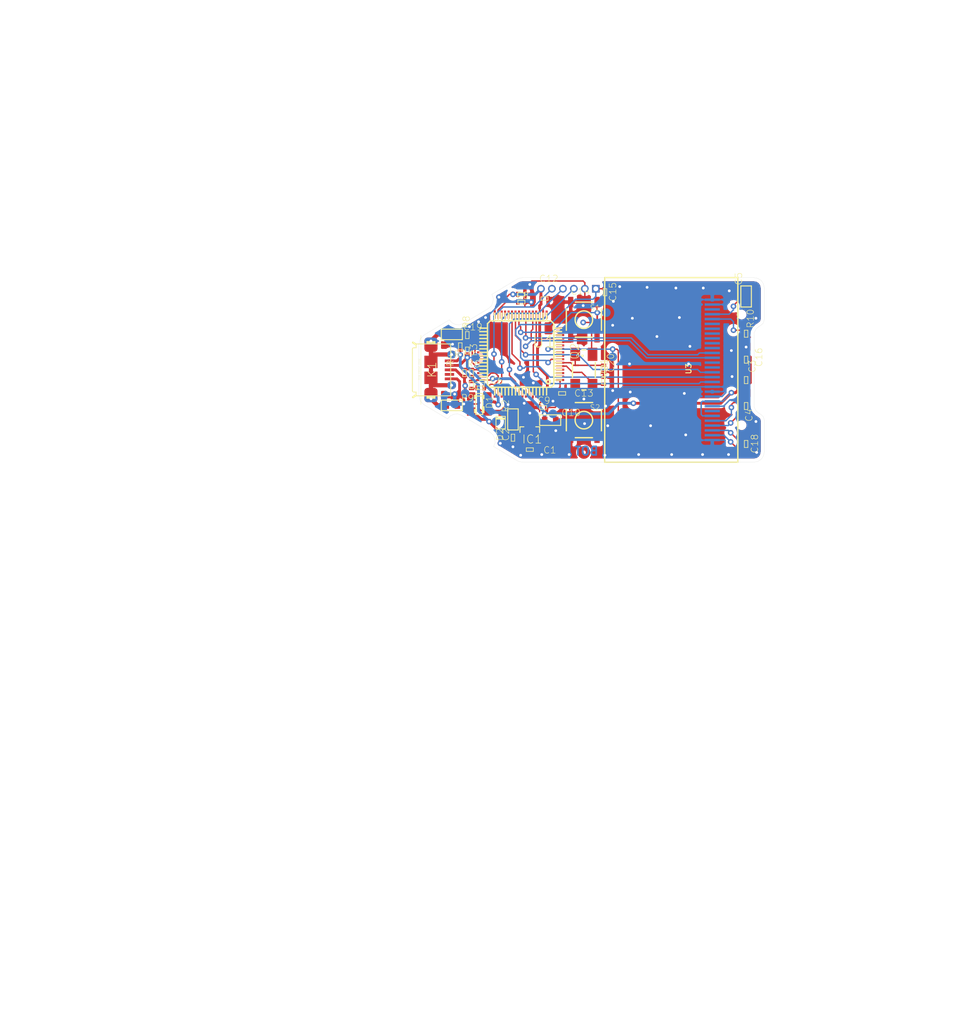
<source format=kicad_pcb>
(kicad_pcb (version 20171130) (host pcbnew 5.1.6-c6e7f7d~87~ubuntu18.04.1)
  (layers (0 Top signal) (1 Route2 signal) (2 Route3 signal) (3 Route4 signal) (4 Route5 signal) (5 Route6 signal) (6 Route7 signal) (7 Route8 signal) (8 Route9 signal) (9 Route10 signal) (10 Route11 signal) (11 Route12 signal) (12 Route13 signal) (13 Route14 signal) (14 Route15 signal) (31 Bottom signal) (34 B.Paste user) (35 F.Paste user) (36 B.SilkS user) (37 F.SilkS user) (38 B.Mask user) (39 F.Mask user) (44 Edge.Cuts user))
  (net 0 "")
  (net 1 GND)
  (net 2 VCC)
  (net 3 +3V3)
  (net 4 +5V)
  (net 5 "Net-(C5-Pad2)")
  (net 6 "Net-(R10-PadP$2)")
  (net 7 "Net-(U3-Pad25)")
  (net 8 "Net-(U3-Pad24)")
  (net 9 "Net-(U3-Pad23)")
  (net 10 "Net-(U3-Pad22)")
  (net 11 "Net-(U3-Pad21)")
  (net 12 "Net-(U3-Pad20)")
  (net 13 "Net-(U1-Pad23)")
  (net 14 "Net-(U1-Pad21)")
  (net 15 "Net-(U3-Pad17)")
  (net 16 "Net-(U3-Pad16)")
  (net 17 "Net-(U1-Pad26)")
  (net 18 "Net-(U1-Pad27)")
  (net 19 "Net-(U1-Pad20)")
  (net 20 "Net-(U3-Pad7)")
  (net 21 "Net-(C4-PadP$2)")
  (net 22 "Net-(C4-PadP$1)")
  (net 23 "Net-(C18-PadP$2)")
  (net 24 "Net-(C18-PadP$1)")
  (net 25 "Net-(MB5-Pad1)")
  (net 26 "Net-(MB6-Pad1)")
  (net 27 "Net-(C21-PadP$2)")
  (net 28 "Net-(C20-PadP$2)")
  (net 29 "Net-(U1-Pad59)")
  (net 30 "Net-(U1-Pad58)")
  (net 31 "Net-(U1-Pad57)")
  (net 32 "Net-(U1-Pad56)")
  (net 33 "Net-(K2-Pad3)")
  (net 34 "Net-(U1-Pad54)")
  (net 35 "Net-(U1-Pad50)")
  (net 36 "Net-(K2-Pad4)")
  (net 37 "Net-(C6-PadP$2)")
  (net 38 "Net-(K2-Pad5)")
  (net 39 "Net-(R4-PadP$1)")
  (net 40 "Net-(R3-PadP$1)")
  (net 41 "Net-(U1-Pad43)")
  (net 42 "Net-(R7-PadP$1)")
  (net 43 "Net-(U1-Pad41)")
  (net 44 "Net-(U1-Pad38)")
  (net 45 "Net-(U1-Pad37)")
  (net 46 "Net-(C8-PadP$2)")
  (net 47 "Net-(U1-Pad28)")
  (net 48 "Net-(U1-Pad24)")
  (net 49 "Net-(U1-Pad22)")
  (net 50 "Net-(U1-Pad17)")
  (net 51 "Net-(U1-Pad16)")
  (net 52 "Net-(U1-Pad15)")
  (net 53 "Net-(U1-Pad14)")
  (net 54 "Net-(U1-Pad11)")
  (net 55 "Net-(U1-Pad9)")
  (net 56 "Net-(U1-Pad8)")
  (net 57 "Net-(C15-PadP$2)")
  (net 58 "Net-(C19-Pad2)")
  (net 59 "Net-(K1-Pad4)")
  (net 60 "Net-(D1-Pad4)")
  (net 61 "Net-(D1-Pad2)")
  (net 62 "Net-(D1-Pad3)")
  (net 63 "Net-(D2-PadK)")
  (module trezor_v1.1:USB_MICRO-MOLEX475890001 (layer Top) (at 125.2474 105.0036)
    (fp_text reference K1 (at -0.5602 -1.2624 90) (layer F.SilkS) (effects (font (size 1.2065 1.2065) (thickness 0.09652)) (justify right top)))
    (fp_text value USB5_USB_MICRO_MOLEX475890001)
    (fp_text user "PCB FRONT EDGE" (at -1.54 1.485 90) (layer F.SilkS) (effects (font (size 0.2413 0.2413) (thickness 0.02032)) (justify left bottom)))
    (pad S2_BOT smd roundrect (at 0 4.175 90) (size 1 1.9) (layers Bottom B.Paste B.Mask) (roundrect_rratio 0.475) (net 58 "Net-(C19-Pad2)"))
    (pad S1_BOT smd roundrect (at 0 -4.175 90) (size 1 1.9) (layers Bottom B.Paste B.Mask) (roundrect_rratio 0.475) (net 58 "Net-(C19-Pad2)"))
    (pad S4_BOT smd roundrect (at 3 -2.225) (size 1.25 1.1) (layers Bottom B.Paste B.Mask) (roundrect_rratio 0.45) (net 58 "Net-(C19-Pad2)"))
    (pad S3_BOT smd roundrect (at 3 2.225) (size 1.25 1.1) (layers Bottom B.Paste B.Mask) (roundrect_rratio 0.45) (net 58 "Net-(C19-Pad2)"))
    (pad S3_TOP smd roundrect (at 3 2.225) (size 1.25 1.1) (layers Top F.Paste F.Mask) (roundrect_rratio 0.45) (net 58 "Net-(C19-Pad2)"))
    (pad S4_TOP smd roundrect (at 3 -2.225) (size 1.25 1.1) (layers Top F.Paste F.Mask) (roundrect_rratio 0.45) (net 58 "Net-(C19-Pad2)"))
    (pad S1_TOP smd roundrect (at 0 -3.6375 90) (size 2.075 1.9) (layers Top F.Paste F.Mask) (net 58 "Net-(C19-Pad2)"))
    (pad S2_TOP smd roundrect (at 0 3.6375 90) (size 2.075 1.9) (layers Top F.Paste F.Mask) (net 58 "Net-(C19-Pad2)"))
    (pad SA smd rect (at 0 1.15 90) (size 1.8 1.9) (layers Top F.Paste F.Mask) (net 58 "Net-(C19-Pad2)"))
    (pad SB smd rect (at 0 -1.15 90) (size 1.8 1.9) (layers Top F.Paste F.Mask) (net 58 "Net-(C19-Pad2)"))
    (pad 5 smd rect (at 2.675 1.3) (size 1.35 0.4) (layers Top F.Paste F.Mask) (net 1 GND))
    (pad 4 smd rect (at 2.675 0.65) (size 1.35 0.4) (layers Top F.Paste F.Mask) (net 59 "Net-(K1-Pad4)"))
    (pad 1 smd rect (at 2.675 -1.3) (size 1.35 0.4) (layers Top F.Paste F.Mask) (net 60 "Net-(D1-Pad4)"))
    (pad 2 smd rect (at 2.675 -0.65) (size 1.35 0.4) (layers Top F.Paste F.Mask) (net 61 "Net-(D1-Pad2)"))
    (pad 3 smd rect (at 2.675 0) (size 1.35 0.4) (layers Top F.Paste F.Mask) (net 62 "Net-(D1-Pad3)"))
  )
  (module trezor_v1.1:UG-2864HSWEG01_0.96IN_WRAPAROUND (layer Top) (at 164.7444 105.0036 90)
    (fp_text reference U3 (at -0.6948 -1.7708 90) (layer F.SilkS) (effects (font (size 0.77216 0.77216) (thickness 0.138988)) (justify left bottom)))
    (fp_text value DISPLAY)
    (pad "" np_thru_hole circle (at 8 5.45 90) (size 0.4 0.4) (drill 0.4) (layers *.Cu *.Mask))
    (pad "" np_thru_hole circle (at -8 5.45 90) (size 0.4 0.4) (drill 0.4) (layers *.Cu *.Mask))
    (pad 30 smd rect (at 10.15 1.2 180) (size 2.2 0.35) (layers Bottom B.Paste B.Mask) (net 1 GND))
    (pad 29 smd rect (at 9.45 1.2 180) (size 2.2 0.35) (layers Bottom B.Paste B.Mask) (net 1 GND))
    (pad 28 smd rect (at 8.75 1.2 180) (size 2.2 0.35) (layers Bottom B.Paste B.Mask) (net 2 VCC))
    (pad 27 smd rect (at 8.05 1.2 180) (size 2.2 0.35) (layers Bottom B.Paste B.Mask) (net 5 "Net-(C5-Pad2)"))
    (pad 26 smd rect (at 7.35 1.2 180) (size 2.2 0.35) (layers Bottom B.Paste B.Mask) (net 6 "Net-(R10-PadP$2)"))
    (pad 25 smd rect (at 6.65 1.2 180) (size 2.2 0.35) (layers Bottom B.Paste B.Mask) (net 7 "Net-(U3-Pad25)"))
    (pad 24 smd rect (at 5.95 1.2 180) (size 2.2 0.35) (layers Bottom B.Paste B.Mask) (net 8 "Net-(U3-Pad24)"))
    (pad 23 smd rect (at 5.25 1.2 180) (size 2.2 0.35) (layers Bottom B.Paste B.Mask) (net 9 "Net-(U3-Pad23)"))
    (pad 22 smd rect (at 4.55 1.2 180) (size 2.2 0.35) (layers Bottom B.Paste B.Mask) (net 10 "Net-(U3-Pad22)"))
    (pad 21 smd rect (at 3.85 1.2 180) (size 2.2 0.35) (layers Bottom B.Paste B.Mask) (net 11 "Net-(U3-Pad21)"))
    (pad 20 smd rect (at 3.15 1.2 180) (size 2.2 0.35) (layers Bottom B.Paste B.Mask) (net 12 "Net-(U3-Pad20)"))
    (pad 19 smd rect (at 2.45 1.2 180) (size 2.2 0.35) (layers Bottom B.Paste B.Mask) (net 13 "Net-(U1-Pad23)"))
    (pad 18 smd rect (at 1.75 1.2 180) (size 2.2 0.35) (layers Bottom B.Paste B.Mask) (net 14 "Net-(U1-Pad21)"))
    (pad 17 smd rect (at 1.05 1.2 180) (size 2.2 0.35) (layers Bottom B.Paste B.Mask) (net 15 "Net-(U3-Pad17)"))
    (pad 16 smd rect (at 0.35 1.2 180) (size 2.2 0.35) (layers Bottom B.Paste B.Mask) (net 16 "Net-(U3-Pad16)"))
    (pad 15 smd rect (at -0.35 1.2 180) (size 2.2 0.35) (layers Bottom B.Paste B.Mask) (net 17 "Net-(U1-Pad26)"))
    (pad 14 smd rect (at -1.05 1.2 180) (size 2.2 0.35) (layers Bottom B.Paste B.Mask) (net 18 "Net-(U1-Pad27)"))
    (pad 13 smd rect (at -1.75 1.2 180) (size 2.2 0.35) (layers Bottom B.Paste B.Mask) (net 19 "Net-(U1-Pad20)"))
    (pad 12 smd rect (at -2.45 1.2 180) (size 2.2 0.35) (layers Bottom B.Paste B.Mask) (net 1 GND))
    (pad 11 smd rect (at -3.15 1.2 180) (size 2.2 0.35) (layers Bottom B.Paste B.Mask) (net 1 GND))
    (pad 10 smd rect (at -3.85 1.2 180) (size 2.2 0.35) (layers Bottom B.Paste B.Mask) (net 1 GND))
    (pad 9 smd rect (at -4.55 1.2 180) (size 2.2 0.35) (layers Bottom B.Paste B.Mask) (net 3 +3V3))
    (pad 8 smd rect (at -5.25 1.2 180) (size 2.2 0.35) (layers Bottom B.Paste B.Mask) (net 1 GND))
    (pad 7 smd rect (at -5.95 1.2 180) (size 2.2 0.35) (layers Bottom B.Paste B.Mask) (net 20 "Net-(U3-Pad7)"))
    (pad 6 smd rect (at -6.65 1.2 180) (size 2.2 0.35) (layers Bottom B.Paste B.Mask) (net 3 +3V3))
    (pad 5 smd rect (at -7.35 1.2 180) (size 2.2 0.35) (layers Bottom B.Paste B.Mask) (net 21 "Net-(C4-PadP$2)"))
    (pad 4 smd rect (at -8.05 1.2 180) (size 2.2 0.35) (layers Bottom B.Paste B.Mask) (net 22 "Net-(C4-PadP$1)"))
    (pad 3 smd rect (at -8.75 1.2 180) (size 2.2 0.35) (layers Bottom B.Paste B.Mask) (net 23 "Net-(C18-PadP$2)"))
    (pad 2 smd rect (at -9.45 1.2 180) (size 2.2 0.35) (layers Bottom B.Paste B.Mask) (net 24 "Net-(C18-PadP$1)"))
    (pad 1 smd rect (at -10.15 1.2 180) (size 2.2 0.35) (layers Bottom B.Paste B.Mask) (net 1 GND))
  )
  (module trezor_v1.1:TACTILE_SWITCH_SMD (layer Top) (at 147.3708 97.7392 270)
    (fp_text reference S1 (at -1.27 -0.8382) (layer F.SilkS) (effects (font (size 0.77216 0.77216) (thickness 0.061772)) (justify left bottom)))
    (fp_text value SWITCH-MOMENTARY-2SMD hide)
    (pad 4 smd rect (at 2.54 1.905) (size 0.762 1.524) (layers Top F.Paste F.Mask) (net 1 GND))
    (pad 3 smd rect (at -2.54 1.905) (size 0.762 1.524) (layers Top F.Paste F.Mask) (net 1 GND))
    (pad 2 smd rect (at 2.54 -1.905) (size 0.762 1.524) (layers Top F.Paste F.Mask) (net 25 "Net-(MB5-Pad1)"))
    (pad 1 smd rect (at -2.54 -1.905) (size 0.762 1.524) (layers Top F.Paste F.Mask) (net 25 "Net-(MB5-Pad1)"))
  )
  (module trezor_v1.1:TACTILE_SWITCH_SMD (layer Top) (at 147.3708 112.268 270)
    (fp_text reference S2 (at -1.3716 -0.8382) (layer F.SilkS) (effects (font (size 0.77216 0.77216) (thickness 0.061772)) (justify left bottom)))
    (fp_text value SWITCH-MOMENTARY-2SMD hide)
    (pad 4 smd rect (at 2.54 1.905) (size 0.762 1.524) (layers Top F.Paste F.Mask) (net 1 GND))
    (pad 3 smd rect (at -2.54 1.905) (size 0.762 1.524) (layers Top F.Paste F.Mask) (net 1 GND))
    (pad 2 smd rect (at 2.54 -1.905) (size 0.762 1.524) (layers Top F.Paste F.Mask) (net 26 "Net-(MB6-Pad1)"))
    (pad 1 smd rect (at -2.54 -1.905) (size 0.762 1.524) (layers Top F.Paste F.Mask) (net 26 "Net-(MB6-Pad1)"))
  )
  (module trezor_v1.1:CTS406 (layer Top) (at 147.3708 105.0036 270)
    (fp_text reference Q2 (at -1.4224 0.6096 90) (layer F.SilkS) (effects (font (size 1.2065 1.2065) (thickness 0.09652)) (justify left bottom)))
    (fp_text value 8MHz)
    (pad 4 smd rect (at -2.25 -1.25 270) (size 1.9 1.4) (layers Top F.Paste F.Mask))
    (pad 3 smd rect (at 2.25 -1.25 270) (size 1.9 1.4) (layers Top F.Paste F.Mask) (net 27 "Net-(C21-PadP$2)"))
    (pad 2 smd rect (at 2.25 1.25 270) (size 1.9 1.4) (layers Top F.Paste F.Mask))
    (pad 1 smd rect (at -2.25 1.25 270) (size 1.9 1.4) (layers Top F.Paste F.Mask) (net 28 "Net-(C20-PadP$2)"))
  )
  (module trezor_v1.1:SOT23 (layer Top) (at 139.5476 113.8936)
    (fp_text reference IC1 (at -1.1938 1.8542) (layer F.SilkS) (effects (font (size 1.2065 1.2065) (thickness 0.09652)) (justify left bottom)))
    (fp_text value MCP1703T-3302E/CB)
    (pad 1 smd rect (at -0.95 1.1) (size 1 1.4) (layers Top F.Paste F.Mask) (net 1 GND))
    (pad 2 smd rect (at 0.95 1.1) (size 1 1.4) (layers Top F.Paste F.Mask) (net 3 +3V3))
    (pad 3 smd rect (at 0 -1.1) (size 1 1.4) (layers Top F.Paste F.Mask) (net 4 +5V))
  )
  (module trezor_v1.1:TQFP64 (layer Top) (at 138.2268 102.7176 180)
    (fp_text reference U1 (at -1.5748 0.8128) (layer F.SilkS) (effects (font (size 1.6891 1.6891) (thickness 0.135128)) (justify left bottom)))
    (fp_text value STM32F205RET6)
    (pad 64 smd rect (at -3.75 -5.7 180) (size 0.3 1.2) (layers Top F.Paste F.Mask) (net 3 +3V3))
    (pad 63 smd rect (at -3.25 -5.7 180) (size 0.3 1.2) (layers Top F.Paste F.Mask) (net 1 GND))
    (pad 62 smd rect (at -2.75 -5.7 180) (size 0.3 1.2) (layers Top F.Paste F.Mask))
    (pad 61 smd rect (at -2.25 -5.7 180) (size 0.3 1.2) (layers Top F.Paste F.Mask))
    (pad 60 smd rect (at -1.75 -5.7 180) (size 0.3 1.2) (layers Top F.Paste F.Mask) (net 1 GND))
    (pad 59 smd rect (at -1.25 -5.7 180) (size 0.3 1.2) (layers Top F.Paste F.Mask) (net 29 "Net-(U1-Pad59)"))
    (pad 58 smd rect (at -0.75 -5.7 180) (size 0.3 1.2) (layers Top F.Paste F.Mask) (net 30 "Net-(U1-Pad58)"))
    (pad 57 smd rect (at -0.25 -5.7 180) (size 0.3 1.2) (layers Top F.Paste F.Mask) (net 31 "Net-(U1-Pad57)"))
    (pad 56 smd rect (at 0.25 -5.7 180) (size 0.3 1.2) (layers Top F.Paste F.Mask) (net 32 "Net-(U1-Pad56)"))
    (pad 55 smd rect (at 0.75 -5.7 180) (size 0.3 1.2) (layers Top F.Paste F.Mask) (net 33 "Net-(K2-Pad3)"))
    (pad 54 smd rect (at 1.25 -5.7 180) (size 0.3 1.2) (layers Top F.Paste F.Mask) (net 34 "Net-(U1-Pad54)"))
    (pad 53 smd rect (at 1.75 -5.7 180) (size 0.3 1.2) (layers Top F.Paste F.Mask))
    (pad 52 smd rect (at 2.25 -5.7 180) (size 0.3 1.2) (layers Top F.Paste F.Mask))
    (pad 51 smd rect (at 2.75 -5.7 180) (size 0.3 1.2) (layers Top F.Paste F.Mask))
    (pad 50 smd rect (at 3.25 -5.7 180) (size 0.3 1.2) (layers Top F.Paste F.Mask) (net 35 "Net-(U1-Pad50)"))
    (pad 49 smd rect (at 3.75 -5.7 180) (size 0.3 1.2) (layers Top F.Paste F.Mask) (net 36 "Net-(K2-Pad4)"))
    (pad 48 smd rect (at 5.7 -3.75 180) (size 1.2 0.3) (layers Top F.Paste F.Mask) (net 3 +3V3))
    (pad 47 smd rect (at 5.7 -3.25 180) (size 1.2 0.3) (layers Top F.Paste F.Mask) (net 37 "Net-(C6-PadP$2)"))
    (pad 46 smd rect (at 5.7 -2.75 180) (size 1.2 0.3) (layers Top F.Paste F.Mask) (net 38 "Net-(K2-Pad5)"))
    (pad 45 smd rect (at 5.7 -2.25 180) (size 1.2 0.3) (layers Top F.Paste F.Mask) (net 39 "Net-(R4-PadP$1)"))
    (pad 44 smd rect (at 5.7 -1.75 180) (size 1.2 0.3) (layers Top F.Paste F.Mask) (net 40 "Net-(R3-PadP$1)"))
    (pad 43 smd rect (at 5.7 -1.25 180) (size 1.2 0.3) (layers Top F.Paste F.Mask) (net 41 "Net-(U1-Pad43)"))
    (pad 42 smd rect (at 5.7 -0.75 180) (size 1.2 0.3) (layers Top F.Paste F.Mask) (net 42 "Net-(R7-PadP$1)"))
    (pad 41 smd rect (at 5.7 -0.25 180) (size 1.2 0.3) (layers Top F.Paste F.Mask) (net 43 "Net-(U1-Pad41)"))
    (pad 40 smd rect (at 5.7 0.25 180) (size 1.2 0.3) (layers Top F.Paste F.Mask))
    (pad 39 smd rect (at 5.7 0.75 180) (size 1.2 0.3) (layers Top F.Paste F.Mask))
    (pad 38 smd rect (at 5.7 1.25 180) (size 1.2 0.3) (layers Top F.Paste F.Mask) (net 44 "Net-(U1-Pad38)"))
    (pad 37 smd rect (at 5.7 1.75 180) (size 1.2 0.3) (layers Top F.Paste F.Mask) (net 45 "Net-(U1-Pad37)"))
    (pad 36 smd rect (at 5.7 2.25 180) (size 1.2 0.3) (layers Top F.Paste F.Mask))
    (pad 35 smd rect (at 5.7 2.75 180) (size 1.2 0.3) (layers Top F.Paste F.Mask))
    (pad 34 smd rect (at 5.7 3.25 180) (size 1.2 0.3) (layers Top F.Paste F.Mask))
    (pad 33 smd rect (at 5.7 3.75 180) (size 1.2 0.3) (layers Top F.Paste F.Mask))
    (pad 32 smd rect (at 3.75 5.7 180) (size 0.3 1.2) (layers Top F.Paste F.Mask) (net 3 +3V3))
    (pad 31 smd rect (at 3.25 5.7 180) (size 0.3 1.2) (layers Top F.Paste F.Mask) (net 46 "Net-(C8-PadP$2)"))
    (pad 30 smd rect (at 2.75 5.7 180) (size 0.3 1.2) (layers Top F.Paste F.Mask))
    (pad 29 smd rect (at 2.25 5.7 180) (size 0.3 1.2) (layers Top F.Paste F.Mask))
    (pad 28 smd rect (at 1.75 5.7 180) (size 0.3 1.2) (layers Top F.Paste F.Mask) (net 47 "Net-(U1-Pad28)"))
    (pad 27 smd rect (at 1.25 5.7 180) (size 0.3 1.2) (layers Top F.Paste F.Mask) (net 18 "Net-(U1-Pad27)"))
    (pad 26 smd rect (at 0.75 5.7 180) (size 0.3 1.2) (layers Top F.Paste F.Mask) (net 17 "Net-(U1-Pad26)"))
    (pad 25 smd rect (at 0.25 5.7 180) (size 0.3 1.2) (layers Top F.Paste F.Mask) (net 25 "Net-(MB5-Pad1)"))
    (pad 24 smd rect (at -0.25 5.7 180) (size 0.3 1.2) (layers Top F.Paste F.Mask) (net 48 "Net-(U1-Pad24)"))
    (pad 23 smd rect (at -0.75 5.7 180) (size 0.3 1.2) (layers Top F.Paste F.Mask) (net 13 "Net-(U1-Pad23)"))
    (pad 22 smd rect (at -1.25 5.7 180) (size 0.3 1.2) (layers Top F.Paste F.Mask) (net 49 "Net-(U1-Pad22)"))
    (pad 21 smd rect (at -1.75 5.7 180) (size 0.3 1.2) (layers Top F.Paste F.Mask) (net 14 "Net-(U1-Pad21)"))
    (pad 20 smd rect (at -2.25 5.7 180) (size 0.3 1.2) (layers Top F.Paste F.Mask) (net 19 "Net-(U1-Pad20)"))
    (pad 19 smd rect (at -2.75 5.7 180) (size 0.3 1.2) (layers Top F.Paste F.Mask) (net 3 +3V3))
    (pad 18 smd rect (at -3.25 5.7 180) (size 0.3 1.2) (layers Top F.Paste F.Mask) (net 1 GND))
    (pad 17 smd rect (at -3.75 5.7 180) (size 0.3 1.2) (layers Top F.Paste F.Mask) (net 50 "Net-(U1-Pad17)"))
    (pad 16 smd rect (at -5.7 3.75 180) (size 1.2 0.3) (layers Top F.Paste F.Mask) (net 51 "Net-(U1-Pad16)"))
    (pad 15 smd rect (at -5.7 3.25 180) (size 1.2 0.3) (layers Top F.Paste F.Mask) (net 52 "Net-(U1-Pad15)"))
    (pad 14 smd rect (at -5.7 2.75 180) (size 1.2 0.3) (layers Top F.Paste F.Mask) (net 53 "Net-(U1-Pad14)"))
    (pad 13 smd rect (at -5.7 2.25 180) (size 1.2 0.3) (layers Top F.Paste F.Mask) (net 3 +3V3))
    (pad 12 smd rect (at -5.7 1.75 180) (size 1.2 0.3) (layers Top F.Paste F.Mask) (net 1 GND))
    (pad 11 smd rect (at -5.7 1.25 180) (size 1.2 0.3) (layers Top F.Paste F.Mask) (net 54 "Net-(U1-Pad11)"))
    (pad 10 smd rect (at -5.7 0.75 180) (size 1.2 0.3) (layers Top F.Paste F.Mask) (net 26 "Net-(MB6-Pad1)"))
    (pad 9 smd rect (at -5.7 0.25 180) (size 1.2 0.3) (layers Top F.Paste F.Mask) (net 55 "Net-(U1-Pad9)"))
    (pad 8 smd rect (at -5.7 -0.25 180) (size 1.2 0.3) (layers Top F.Paste F.Mask) (net 56 "Net-(U1-Pad8)"))
    (pad 7 smd rect (at -5.7 -0.75 180) (size 1.2 0.3) (layers Top F.Paste F.Mask) (net 57 "Net-(C15-PadP$2)"))
    (pad 6 smd rect (at -5.7 -1.25 180) (size 1.2 0.3) (layers Top F.Paste F.Mask) (net 28 "Net-(C20-PadP$2)"))
    (pad 5 smd rect (at -5.7 -1.75 180) (size 1.2 0.3) (layers Top F.Paste F.Mask) (net 27 "Net-(C21-PadP$2)"))
    (pad 4 smd rect (at -5.7 -2.25 180) (size 1.2 0.3) (layers Top F.Paste F.Mask))
    (pad 3 smd rect (at -5.7 -2.75 180) (size 1.2 0.3) (layers Top F.Paste F.Mask))
    (pad 2 smd rect (at -5.7 -3.25 180) (size 1.2 0.3) (layers Top F.Paste F.Mask))
    (pad 1 smd rect (at -5.7 -3.75 180) (size 1.2 0.3) (layers Top F.Paste F.Mask) (net 3 +3V3))
  )
  (module trezor_v1.1:SWD (layer Top) (at 149.098 93.2688 180)
    (fp_text reference K2 hide)
    (fp_text value SWD hide)
    (pad 6 thru_hole circle (at 7.9375 0 180) (size 1.1064 1.1064) (drill 0.7) (layers *.Cu *.Mask) (net 3 +3V3))
    (pad 5 thru_hole circle (at 6.35 0 180) (size 1.1064 1.1064) (drill 0.7) (layers *.Cu *.Mask) (net 38 "Net-(K2-Pad5)"))
    (pad 4 thru_hole circle (at 4.7625 0 180) (size 1.1064 1.1064) (drill 0.7) (layers *.Cu *.Mask) (net 36 "Net-(K2-Pad4)"))
    (pad 3 thru_hole circle (at 3.175 0 180) (size 1.1064 1.1064) (drill 0.7) (layers *.Cu *.Mask) (net 33 "Net-(K2-Pad3)"))
    (pad 2 thru_hole circle (at 1.5875 0 180) (size 1.1064 1.1064) (drill 0.7) (layers *.Cu *.Mask) (net 1 GND))
    (pad 1 thru_hole rect (at 0 0 180) (size 1.1064 1.1064) (drill 0.7) (layers *.Cu *.Mask) (net 57 "Net-(C15-PadP$2)"))
  )
  (module trezor_v1.1:0603 (layer Top) (at 137.1092 112.1664 270)
    (fp_text reference R2 (at -0.9652 0.508 90) (layer F.SilkS) (effects (font (size 0.9652 0.9652) (thickness 0.077216)) (justify left bottom)))
    (fp_text value "MF-FSMF020X-2 ")
    (pad 2 smd rect (at 0.8 0 270) (size 0.8 1) (layers Top F.Paste F.Mask) (net 4 +5V))
    (pad 1 smd rect (at -0.8 0 270) (size 0.8 1) (layers Top F.Paste F.Mask) (net 63 "Net-(D2-PadK)"))
  )
  (module trezor_v1.1:SOT143B (layer Top) (at 132.2324 109.9312 90)
    (fp_text reference D1 (at -0.7588 2.072 90) (layer F.SilkS) (effects (font (size 0.9652 0.9652) (thickness 0.077216)) (justify left bottom)))
    (fp_text value PRTR5V0U2X)
    (pad 4 smd rect (at -1.098 -1.178 180) (size 1.2 1.2) (layers Top F.Paste F.Mask) (net 60 "Net-(D1-Pad4)"))
    (pad 3 smd rect (at 1.098 -1.178 180) (size 1.2 1.2) (layers Top F.Paste F.Mask) (net 62 "Net-(D1-Pad3)"))
    (pad 2 smd rect (at 1.103 1.178 180) (size 1.2 1.2) (layers Top F.Paste F.Mask) (net 61 "Net-(D1-Pad2)"))
    (pad 1 smd rect (at -0.948 1.178) (size 1.2 1.5) (layers Top F.Paste F.Mask) (net 1 GND))
  )
  (module trezor_v1.1:SOD323 (layer Top) (at 135.3312 112.6236 90)
    (fp_text reference D2 (at -2.7178 0.4699 90) (layer F.SilkS) (effects (font (size 0.9652 0.9652) (thickness 0.077216)) (justify left bottom)))
    (fp_text value BAT60BWS)
    (pad A smd rect (at -1.15 0 90) (size 0.5 0.6) (layers Top F.Paste F.Mask) (net 60 "Net-(D1-Pad4)"))
    (pad K smd rect (at 1.15 0 90) (size 0.5 0.6) (layers Top F.Paste F.Mask) (net 63 "Net-(D2-PadK)"))
  )
  (module trezor_v1.1:0402 (layer Top) (at 130.5052 102.2096 270)
    (fp_text reference R3 (at 0.889 -1.4986 90) (layer F.SilkS) (effects (font (size 0.9652 0.9652) (thickness 0.077216)) (justify left bottom)))
    (fp_text value 22R)
    (pad P$2 smd rect (at 0.508 0 270) (size 0.5 0.75) (layers Top F.Paste F.Mask) (net 61 "Net-(D1-Pad2)"))
    (pad P$1 smd rect (at -0.508 0 270) (size 0.5 0.75) (layers Top F.Paste F.Mask) (net 40 "Net-(R3-PadP$1)"))
  )
  (module trezor_v1.1:0402 (layer Top) (at 130.0988 105.4608 270)
    (fp_text reference R4 (at -0.889 1.4986 90) (layer F.SilkS) (effects (font (size 0.9652 0.9652) (thickness 0.077216)) (justify left bottom)))
    (fp_text value 22R)
    (pad P$2 smd rect (at 0.508 0 270) (size 0.5 0.75) (layers Top F.Paste F.Mask) (net 62 "Net-(D1-Pad3)"))
    (pad P$1 smd rect (at -0.508 0 270) (size 0.5 0.75) (layers Top F.Paste F.Mask) (net 39 "Net-(R4-PadP$1)"))
  )
  (module trezor_v1.1:0402 (layer Top) (at 131.1148 105.4608 270)
    (fp_text reference R6 (at -0.7366 0.6858) (layer F.SilkS) (effects (font (size 0.9652 0.9652) (thickness 0.077216)) (justify left bottom)))
    (fp_text value 1k5)
    (pad P$2 smd rect (at 0.508 0 270) (size 0.5 0.75) (layers Top F.Paste F.Mask) (net 3 +3V3))
    (pad P$1 smd rect (at -0.508 0 270) (size 0.5 0.75) (layers Top F.Paste F.Mask) (net 39 "Net-(R4-PadP$1)"))
  )
  (module trezor_v1.1:0402 (layer Top) (at 129.4892 101.6 270)
    (fp_text reference R7 (at 1.7018 0.9906) (layer F.SilkS) (effects (font (size 0.9652 0.9652) (thickness 0.077216)) (justify left bottom)))
    (fp_text value 12k)
    (pad P$2 smd rect (at 0.508 0 270) (size 0.5 0.75) (layers Top F.Paste F.Mask) (net 60 "Net-(D1-Pad4)"))
    (pad P$1 smd rect (at -0.508 0 270) (size 0.5 0.75) (layers Top F.Paste F.Mask) (net 42 "Net-(R7-PadP$1)"))
  )
  (module trezor_v1.1:0402 (layer Top) (at 130.5052 99.9744 270)
    (fp_text reference R8 (at -0.889 -0.4318 90) (layer F.SilkS) (effects (font (size 0.9652 0.9652) (thickness 0.077216)) (justify left bottom)))
    (fp_text value 22k)
    (pad P$2 smd rect (at 0.508 0 270) (size 0.5 0.75) (layers Top F.Paste F.Mask) (net 42 "Net-(R7-PadP$1)"))
    (pad P$1 smd rect (at -0.508 0 270) (size 0.5 0.75) (layers Top F.Paste F.Mask) (net 1 GND))
  )
  (module trezor_v1.1:0603 (layer Top) (at 128.27 99.8728 180)
    (fp_text reference C19 (at -1.5748 0.508) (layer F.SilkS) (effects (font (size 0.9652 0.9652) (thickness 0.077216)) (justify left bottom)))
    (fp_text value 1n/200V)
    (pad 2 smd rect (at 0.8 0 180) (size 0.8 1) (layers Top F.Paste F.Mask) (net 58 "Net-(C19-Pad2)"))
    (pad 1 smd rect (at -0.8 0 180) (size 0.8 1) (layers Top F.Paste F.Mask) (net 1 GND))
  )
  (module trezor_v1.1:0603 (layer Top) (at 128.27 110.1344 180)
    (fp_text reference R9 (at -1.27 0.508) (layer F.SilkS) (effects (font (size 0.9652 0.9652) (thickness 0.077216)) (justify left bottom)))
    (fp_text value 1M)
    (pad 2 smd rect (at 0.8 0 180) (size 0.8 1) (layers Top F.Paste F.Mask) (net 58 "Net-(C19-Pad2)"))
    (pad 1 smd rect (at -0.8 0 180) (size 0.8 1) (layers Top F.Paste F.Mask) (net 1 GND))
  )
  (module trezor_v1.1:0402 (layer Top) (at 150.2156 104.8512 90)
    (fp_text reference C20 (at -0.5842 1.6002 90) (layer F.SilkS) (effects (font (size 0.9652 0.9652) (thickness 0.077216)) (justify left bottom)))
    (fp_text value 22p)
    (pad P$2 smd rect (at 0.508 0 90) (size 0.5 0.75) (layers Top F.Paste F.Mask) (net 28 "Net-(C20-PadP$2)"))
    (pad P$1 smd rect (at -0.508 0 90) (size 0.5 0.75) (layers Top F.Paste F.Mask) (net 1 GND))
  )
  (module trezor_v1.1:0402 (layer Top) (at 150.2156 106.5784 270)
    (fp_text reference C21 (at -0.381 -0.635 90) (layer F.SilkS) (effects (font (size 0.9652 0.9652) (thickness 0.077216)) (justify left bottom)))
    (fp_text value 22p)
    (pad P$2 smd rect (at 0.508 0 270) (size 0.5 0.75) (layers Top F.Paste F.Mask) (net 27 "Net-(C21-PadP$2)"))
    (pad P$1 smd rect (at -0.508 0 270) (size 0.5 0.75) (layers Top F.Paste F.Mask) (net 1 GND))
  )
  (module trezor_v1.1:0402 (layer Top) (at 138.3284 95.1992 180)
    (fp_text reference C8 (at 0.8382 0.381) (layer F.SilkS) (effects (font (size 0.9652 0.9652) (thickness 0.077216)) (justify left bottom)))
    (fp_text value 2u2)
    (pad P$2 smd rect (at 0.508 0 180) (size 0.5 0.75) (layers Top F.Paste F.Mask) (net 46 "Net-(C8-PadP$2)"))
    (pad P$1 smd rect (at -0.508 0 180) (size 0.5 0.75) (layers Top F.Paste F.Mask) (net 1 GND))
  )
  (module trezor_v1.1:0402 (layer Top) (at 132.4356 107.5944)
    (fp_text reference C6 (at 1.3462 -0.4318) (layer F.SilkS) (effects (font (size 0.9652 0.9652) (thickness 0.077216)) (justify left bottom)))
    (fp_text value 2u2)
    (pad P$2 smd rect (at 0.508 0) (size 0.5 0.75) (layers Top F.Paste F.Mask) (net 37 "Net-(C6-PadP$2)"))
    (pad P$1 smd rect (at -0.508 0) (size 0.5 0.75) (layers Top F.Paste F.Mask) (net 1 GND))
  )
  (module trezor_v1.1:0402 (layer Top) (at 131.1148 107.188 90)
    (fp_text reference C7 (at -0.7366 0.1778) (layer F.SilkS) (effects (font (size 0.9652 0.9652) (thickness 0.077216)) (justify left bottom)))
    (fp_text value 100n)
    (pad P$2 smd rect (at 0.508 0 90) (size 0.5 0.75) (layers Top F.Paste F.Mask) (net 3 +3V3))
    (pad P$1 smd rect (at -0.508 0 90) (size 0.5 0.75) (layers Top F.Paste F.Mask) (net 1 GND))
  )
  (module trezor_v1.1:0402 (layer Top) (at 141.478 110.4392)
    (fp_text reference C9 (at -0.889 -0.4318) (layer F.SilkS) (effects (font (size 0.9652 0.9652) (thickness 0.077216)) (justify left bottom)))
    (fp_text value 100n)
    (pad P$2 smd rect (at 0.508 0) (size 0.5 0.75) (layers Top F.Paste F.Mask) (net 3 +3V3))
    (pad P$1 smd rect (at -0.508 0) (size 0.5 0.75) (layers Top F.Paste F.Mask) (net 1 GND))
  )
  (module trezor_v1.1:0402 (layer Top) (at 138.3284 94.0816 180)
    (fp_text reference C12 (at -2.5146 1.7018) (layer F.SilkS) (effects (font (size 0.9652 0.9652) (thickness 0.077216)) (justify left bottom)))
    (fp_text value 100n)
    (pad P$2 smd rect (at 0.508 0 180) (size 0.5 0.75) (layers Top F.Paste F.Mask) (net 3 +3V3))
    (pad P$1 smd rect (at -0.508 0 180) (size 0.5 0.75) (layers Top F.Paste F.Mask) (net 1 GND))
  )
  (module trezor_v1.1:0402 (layer Top) (at 144.2212 108.4072 180)
    (fp_text reference C13 (at -1.7018 -0.5334) (layer F.SilkS) (effects (font (size 0.9652 0.9652) (thickness 0.077216)) (justify left bottom)))
    (fp_text value 100n)
    (pad P$2 smd rect (at 0.508 0 180) (size 0.5 0.75) (layers Top F.Paste F.Mask) (net 3 +3V3))
    (pad P$1 smd rect (at -0.508 0 180) (size 0.5 0.75) (layers Top F.Paste F.Mask) (net 1 GND))
  )
  (module trezor_v1.1:0402 (layer Top) (at 141.6812 94.6912 180)
    (fp_text reference C14 (at -3.7338 0.4826) (layer F.SilkS) (effects (font (size 0.9652 0.9652) (thickness 0.077216)) (justify left bottom)))
    (fp_text value 100n)
    (pad P$2 smd rect (at 0.508 0 180) (size 0.5 0.75) (layers Top F.Paste F.Mask) (net 3 +3V3))
    (pad P$1 smd rect (at -0.508 0 180) (size 0.5 0.75) (layers Top F.Paste F.Mask) (net 1 GND))
  )
  (module trezor_v1.1:0402 (layer Top) (at 150.4188 93.7768 90)
    (fp_text reference C15 (at -1.397 1.7018 90) (layer F.SilkS) (effects (font (size 0.9652 0.9652) (thickness 0.077216)) (justify left bottom)))
    (fp_text value 100n)
    (pad P$2 smd rect (at 0.508 0 90) (size 0.5 0.75) (layers Top F.Paste F.Mask) (net 57 "Net-(C15-PadP$2)"))
    (pad P$1 smd rect (at -0.508 0 90) (size 0.5 0.75) (layers Top F.Paste F.Mask) (net 1 GND))
  )
  (module trezor_v1.1:0402 (layer Top) (at 170.8404 103.5304 90)
    (fp_text reference C16 (at -1.0922 2.413 90) (layer F.SilkS) (effects (font (size 0.9652 0.9652) (thickness 0.077216)) (justify left bottom)))
    (fp_text value 100n)
    (pad P$2 smd rect (at 0.508 0 90) (size 0.5 0.75) (layers Top F.Paste F.Mask) (net 1 GND))
    (pad P$1 smd rect (at -0.508 0 90) (size 0.5 0.75) (layers Top F.Paste F.Mask) (net 3 +3V3))
  )
  (module trezor_v1.1:0402 (layer Top) (at 170.8404 106.4768 270)
    (fp_text reference C3 (at -0.9906 -1.4478 90) (layer F.SilkS) (effects (font (size 0.9652 0.9652) (thickness 0.077216)) (justify left bottom)))
    (fp_text value 1u)
    (pad P$2 smd rect (at 0.508 0 270) (size 0.5 0.75) (layers Top F.Paste F.Mask) (net 1 GND))
    (pad P$1 smd rect (at -0.508 0 270) (size 0.5 0.75) (layers Top F.Paste F.Mask) (net 3 +3V3))
  )
  (module trezor_v1.1:0402 (layer Top) (at 170.8404 110.236 90)
    (fp_text reference C4 (at -2.3114 0.9906 90) (layer F.SilkS) (effects (font (size 0.9652 0.9652) (thickness 0.077216)) (justify left bottom)))
    (fp_text value 1u)
    (pad P$2 smd rect (at 0.508 0 90) (size 0.5 0.75) (layers Top F.Paste F.Mask) (net 21 "Net-(C4-PadP$2)"))
    (pad P$1 smd rect (at -0.508 0 90) (size 0.5 0.75) (layers Top F.Paste F.Mask) (net 22 "Net-(C4-PadP$1)"))
  )
  (module trezor_v1.1:0402 (layer Top) (at 170.8404 115.7224 90)
    (fp_text reference C18 (at -1.397 1.8034 90) (layer F.SilkS) (effects (font (size 0.9652 0.9652) (thickness 0.077216)) (justify left bottom)))
    (fp_text value 1u)
    (pad P$2 smd rect (at 0.508 0 90) (size 0.5 0.75) (layers Top F.Paste F.Mask) (net 23 "Net-(C18-PadP$2)"))
    (pad P$1 smd rect (at -0.508 0 90) (size 0.5 0.75) (layers Top F.Paste F.Mask) (net 24 "Net-(C18-PadP$1)"))
  )
  (module trezor_v1.1:0402 (layer Top) (at 139.5476 116.5352 180)
    (fp_text reference C1 (at -1.905 -0.635) (layer F.SilkS) (effects (font (size 0.9652 0.9652) (thickness 0.077216)) (justify left bottom)))
    (fp_text value 1u)
    (pad P$2 smd rect (at 0.508 0 180) (size 0.5 0.75) (layers Top F.Paste F.Mask) (net 1 GND))
    (pad P$1 smd rect (at -0.508 0 180) (size 0.5 0.75) (layers Top F.Paste F.Mask) (net 3 +3V3))
  )
  (module trezor_v1.1:0402 (layer Top) (at 137.1092 114.808 270)
    (fp_text reference C2 (at 0.5334 0.4826 90) (layer F.SilkS) (effects (font (size 0.9652 0.9652) (thickness 0.077216)) (justify left bottom)))
    (fp_text value 1u)
    (pad P$2 smd rect (at 0.508 0 270) (size 0.5 0.75) (layers Top F.Paste F.Mask) (net 1 GND))
    (pad P$1 smd rect (at -0.508 0 270) (size 0.5 0.75) (layers Top F.Paste F.Mask) (net 4 +5V))
  )
  (module trezor_v1.1:0603 (layer Top) (at 142.494 112.268 180)
    (fp_text reference C10 (at -1.5748 0.508) (layer F.SilkS) (effects (font (size 0.9652 0.9652) (thickness 0.077216)) (justify left bottom)))
    (fp_text value 4u7)
    (pad 2 smd rect (at 0.8 0 180) (size 0.8 1) (layers Top F.Paste F.Mask) (net 3 +3V3))
    (pad 1 smd rect (at -0.8 0 180) (size 0.8 1) (layers Top F.Paste F.Mask) (net 1 GND))
  )
  (module trezor_v1.1:0402 (layer Top) (at 170.8404 99.7712 90)
    (fp_text reference R10 (at 0.7366 1.1938 90) (layer F.SilkS) (effects (font (size 0.9652 0.9652) (thickness 0.077216)) (justify left bottom)))
    (fp_text value 390k)
    (pad P$2 smd rect (at 0.508 0 90) (size 0.5 0.75) (layers Top F.Paste F.Mask) (net 6 "Net-(R10-PadP$2)"))
    (pad P$1 smd rect (at -0.508 0 90) (size 0.5 0.75) (layers Top F.Paste F.Mask) (net 1 GND))
  )
  (module trezor_v1.1:BADMARK (layer Top) (at 143.002 116.9416)
    (fp_text reference U$3 hide)
    (fp_text value "" hide)
    (fp_poly (pts (xy -0.5 0.5) (xy 0.5 0.5) (xy 0.5 -0.5) (xy -0.5 -0.5)) (layer Top) (width 0))
  )
  (module trezor_v1.1:CENTR (layer Top) (at 147.3708 116.9416)
    (fp_text reference U$4 hide)
    (fp_text value "" hide)
    (fp_circle (center 0 0) (end 0.3 0) (layer Top) (width 0.6096))
    (fp_circle (center 0 0) (end 0.3 0) (layer Top) (width 0.6096))
  )
  (module trezor_v1.1:MB1.5 (layer Bottom) (at 134.6708 112.4712 180)
    (fp_text reference MB1)
    (fp_text value MB_1.50 hide)
    (pad 1 smd roundrect (at 0 0 180) (size 1.25 1.25) (layers Bottom B.Mask) (roundrect_rratio 0.5) (net 60 "Net-(D1-Pad4)"))
  )
  (module trezor_v1.1:MB1.5 (layer Bottom) (at 131.7244 103.2256 180)
    (fp_text reference MB2)
    (fp_text value MB_1.50 hide)
    (pad 1 smd roundrect (at 0 0 180) (size 1.25 1.25) (layers Bottom B.Mask) (roundrect_rratio 0.5) (net 61 "Net-(D1-Pad2)"))
  )
  (module trezor_v1.1:MB1.5 (layer Bottom) (at 130.2004 108.4072 180)
    (fp_text reference MB3)
    (fp_text value MB_1.50 hide)
    (pad 1 smd roundrect (at 0 0 180) (size 1.25 1.25) (layers Bottom B.Mask) (roundrect_rratio 0.5) (net 62 "Net-(D1-Pad3)"))
  )
  (module trezor_v1.1:MB1.5 (layer Bottom) (at 128.6764 109.9312 180)
    (fp_text reference MB4)
    (fp_text value MB_1.50 hide)
    (pad 1 smd roundrect (at 0 0 180) (size 1.25 1.25) (layers Bottom B.Mask) (roundrect_rratio 0.5) (net 1 GND))
  )
  (module trezor_v1.1:MB1.5 (layer Bottom) (at 150.622 96.7232 180)
    (fp_text reference MB5)
    (fp_text value MB_1.50 hide)
    (pad 1 smd roundrect (at 0 0 180) (size 1.25 1.25) (layers Bottom B.Mask) (roundrect_rratio 0.5) (net 25 "Net-(MB5-Pad1)"))
  )
  (module trezor_v1.1:MB1.5 (layer Bottom) (at 151.5364 103.124 180)
    (fp_text reference MB6)
    (fp_text value MB_1.50 hide)
    (pad 1 smd roundrect (at 0 0 180) (size 1.25 1.25) (layers Bottom B.Mask) (roundrect_rratio 0.5) (net 26 "Net-(MB6-Pad1)"))
  )
  (module trezor_v1.1:MB1.5 (layer Bottom) (at 142.9004 111.3536 180)
    (fp_text reference MB7)
    (fp_text value MB_1.50 hide)
    (pad 1 smd roundrect (at 0 0 180) (size 1.25 1.25) (layers Bottom B.Mask) (roundrect_rratio 0.5) (net 3 +3V3))
  )
  (module trezor_v1.1:0603 (layer Top) (at 170.8404 94.3864 270)
    (fp_text reference C5 (at -1.5748 0.508 90) (layer F.SilkS) (effects (font (size 0.9652 0.9652) (thickness 0.077216)) (justify left bottom)))
    (fp_text value 2u2)
    (pad 2 smd rect (at 0.8 0 270) (size 0.8 1) (layers Top F.Paste F.Mask) (net 5 "Net-(C5-Pad2)"))
    (pad 1 smd rect (at -0.8 0 270) (size 0.8 1) (layers Top F.Paste F.Mask) (net 1 GND))
  )
  (gr_line (start 127.9144 97.7646) (end 124.2314 99.9744) (layer Edge.Cuts) (width 0.0254))
  (gr_line (start 137.7188 91.8718) (end 134.0612 94.0816) (layer Edge.Cuts) (width 0.0254))
  (gr_line (start 171.9834 91.6686) (end 138.5062 91.6686) (layer Edge.Cuts) (width 0.0254))
  (gr_line (start 173.482 97.7138) (end 173.482 93.1672) (layer Edge.Cuts) (width 0.0254))
  (gr_line (start 173.482 116.84) (end 173.482 112.2934) (layer Edge.Cuts) (width 0.0254))
  (gr_line (start 138.5062 118.3386) (end 171.9834 118.3386) (layer Edge.Cuts) (width 0.0254))
  (gr_line (start 134.3152 116.078) (end 137.7188 118.1354) (layer Edge.Cuts) (width 0.0254))
  (gr_line (start 129.7178 111.5822) (end 133.8072 114.0206) (layer Edge.Cuts) (width 0.0254))
  (gr_line (start 124.2314 110.0328) (end 127.6604 112.0902) (layer Edge.Cuts) (width 0.0254))
  (gr_line (start 123.5202 101.2698) (end 123.5202 108.7628) (layer Edge.Cuts) (width 0.0254))
  (gr_line (start 171.9834 110.0074) (end 171.9834 99.9998) (layer Edge.Cuts) (width 0.0254))
  (gr_line (start 133.5532 96.139) (end 129.9718 98.2726) (layer Edge.Cuts) (width 0.0254))
  (gr_line (start 124.2314 99.9744) (end 123.698 100.5078) (layer Edge.Cuts) (width 0.0254))
  (gr_line (start 123.698 100.5078) (end 123.5202 101.2698) (layer Edge.Cuts) (width 0.0254))
  (gr_line (start 133.5532 96.139) (end 133.985 95.758) (layer Edge.Cuts) (width 0.0254))
  (gr_line (start 133.985 95.758) (end 134.2136 95.2246) (layer Edge.Cuts) (width 0.0254))
  (gr_line (start 134.2136 95.2246) (end 134.2644 94.6404) (layer Edge.Cuts) (width 0.0254))
  (gr_line (start 134.2644 94.6404) (end 134.0612 94.0816) (layer Edge.Cuts) (width 0.0254))
  (gr_line (start 138.5062 91.6686) (end 138.0998 91.7194) (layer Edge.Cuts) (width 0.0254))
  (gr_line (start 138.0998 91.7194) (end 137.7188 91.8718) (layer Edge.Cuts) (width 0.0254))
  (gr_line (start 173.482 93.1672) (end 173.355 92.583) (layer Edge.Cuts) (width 0.0254))
  (gr_line (start 173.355 92.583) (end 173.0502 92.1004) (layer Edge.Cuts) (width 0.0254))
  (gr_line (start 173.0502 92.1004) (end 172.5422 91.7702) (layer Edge.Cuts) (width 0.0254))
  (gr_line (start 172.5422 91.7702) (end 171.9834 91.6686) (layer Edge.Cuts) (width 0.0254))
  (gr_line (start 171.9834 110.0074) (end 172.0342 110.4392) (layer Edge.Cuts) (width 0.0254))
  (gr_line (start 172.0342 110.4392) (end 172.212 110.8202) (layer Edge.Cuts) (width 0.0254))
  (gr_line (start 172.212 110.8202) (end 172.5168 111.1504) (layer Edge.Cuts) (width 0.0254))
  (gr_line (start 172.5168 111.1504) (end 172.8724 111.379) (layer Edge.Cuts) (width 0.0254))
  (gr_line (start 171.9834 118.3386) (end 172.5676 118.237) (layer Edge.Cuts) (width 0.0254))
  (gr_line (start 172.5676 118.237) (end 173.0502 117.9068) (layer Edge.Cuts) (width 0.0254))
  (gr_line (start 173.0502 117.9068) (end 173.355 117.4242) (layer Edge.Cuts) (width 0.0254))
  (gr_line (start 173.355 117.4242) (end 173.482 116.84) (layer Edge.Cuts) (width 0.0254))
  (gr_line (start 137.7188 118.1354) (end 138.0998 118.2878) (layer Edge.Cuts) (width 0.0254))
  (gr_line (start 138.0998 118.2878) (end 138.5062 118.3386) (layer Edge.Cuts) (width 0.0254))
  (gr_line (start 134.3152 116.078) (end 134.5184 115.5446) (layer Edge.Cuts) (width 0.0254))
  (gr_line (start 134.5184 115.5446) (end 134.493 114.9604) (layer Edge.Cuts) (width 0.0254))
  (gr_line (start 134.493 114.9604) (end 134.239 114.427) (layer Edge.Cuts) (width 0.0254))
  (gr_line (start 134.239 114.427) (end 133.8072 114.0206) (layer Edge.Cuts) (width 0.0254))
  (gr_line (start 129.7178 111.5822) (end 129.159 111.379) (layer Edge.Cuts) (width 0.0254))
  (gr_line (start 129.159 111.379) (end 128.5748 111.4044) (layer Edge.Cuts) (width 0.0254))
  (gr_line (start 128.5748 111.4044) (end 128.0414 111.6584) (layer Edge.Cuts) (width 0.0254))
  (gr_line (start 128.0414 111.6584) (end 127.6604 112.0902) (layer Edge.Cuts) (width 0.0254))
  (gr_line (start 173.482 112.2934) (end 173.3042 111.7346) (layer Edge.Cuts) (width 0.0254))
  (gr_line (start 173.3042 111.7346) (end 172.8724 111.379) (layer Edge.Cuts) (width 0.0254))
  (gr_line (start 123.5202 108.7628) (end 123.698 109.4994) (layer Edge.Cuts) (width 0.0254))
  (gr_line (start 123.698 109.4994) (end 124.2314 110.0328) (layer Edge.Cuts) (width 0.0254))
  (gr_line (start 172.8724 98.6282) (end 173.3042 98.2726) (layer Edge.Cuts) (width 0.0254))
  (gr_line (start 173.3042 98.2726) (end 173.482 97.7138) (layer Edge.Cuts) (width 0.0254))
  (gr_line (start 172.8724 98.6282) (end 172.5168 98.8568) (layer Edge.Cuts) (width 0.0254))
  (gr_line (start 172.5168 98.8568) (end 172.212 99.187) (layer Edge.Cuts) (width 0.0254))
  (gr_line (start 172.212 99.187) (end 172.0342 99.568) (layer Edge.Cuts) (width 0.0254))
  (gr_line (start 172.0342 99.568) (end 171.9834 99.9998) (layer Edge.Cuts) (width 0.0254))
  (gr_line (start 127.9144 97.7646) (end 128.2954 98.1964) (layer Edge.Cuts) (width 0.0254))
  (gr_line (start 128.2954 98.1964) (end 128.8288 98.4504) (layer Edge.Cuts) (width 0.0254))
  (gr_line (start 128.8288 98.4504) (end 129.413 98.4758) (layer Edge.Cuts) (width 0.0254))
  (gr_line (start 129.413 98.4758) (end 129.9718 98.2726) (layer Edge.Cuts) (width 0.0254))
  (gr_text TOP (at 151.13 117.5512) (layer Top) (effects (font (size 1.2065 1.2065) (thickness 0.254)) (justify left bottom)))
  (gr_text BOT (at 149.606 117.4496) (layer Bottom) (effects (font (size 1.2065 1.2065) (thickness 0.254)) (justify left bottom mirror)))
  (via (at 147.2692 98.1456) (size 0.8064) (drill 0.4) (layers Top Bottom) (net 0))
  (segment (start 147.2692 98.1456) (end 148.4884 98.1456) (width 0.2032) (layer Top) (net 0))
  (segment (start 148.4884 98.1456) (end 148.4884 102.7176) (width 0.2032) (layer Top) (net 0))
  (segment (start 129.07 110.1344) (end 129.286 110.1344) (width 0.4064) (layer Top) (net 1))
  (via (at 129.9972 109.9312) (size 0.8064) (drill 0.4) (layers Top Bottom) (net 1))
  (segment (start 131.9276 107.5944) (end 132.0292 107.696) (width 0.2032) (layer Top) (net 1))
  (segment (start 132.0292 107.696) (end 131.1148 107.696) (width 0.2032) (layer Top) (net 1))
  (segment (start 132.0292 107.696) (end 132.0292 108.0008) (width 0.2032) (layer Top) (net 1))
  (segment (start 132.0292 108.0008) (end 132.2324 108.204) (width 0.2032) (layer Top) (net 1))
  (segment (start 132.2324 108.204) (end 132.2324 109.9312) (width 0.2032) (layer Top) (net 1))
  (segment (start 132.2324 109.9312) (end 132.2324 110.6424) (width 0.2032) (layer Top) (net 1))
  (segment (start 129.9972 109.9312) (end 129.2732 109.9312) (width 0.4064) (layer Top) (net 1))
  (segment (start 129.2732 109.9312) (end 129.07 110.1344) (width 0.4064) (layer Top) (net 1))
  (segment (start 145.4658 114.808) (end 145.4658 112.268) (width 0.2032) (layer Top) (net 1))
  (segment (start 145.4658 112.268) (end 145.4658 109.728) (width 0.2032) (layer Top) (net 1))
  (segment (start 143.294 112.268) (end 145.4658 112.268) (width 0.2032) (layer Top) (net 1))
  (segment (start 139.9768 108.4176) (end 139.9768 109.8296) (width 0.2032) (layer Top) (net 1))
  (segment (start 139.9768 109.8296) (end 139.9768 110.1572) (width 0.2032) (layer Top) (net 1))
  (segment (start 139.9768 110.1572) (end 140.2588 110.4392) (width 0.2032) (layer Top) (net 1))
  (segment (start 140.2588 110.4392) (end 140.97 110.4392) (width 0.2032) (layer Top) (net 1))
  (segment (start 141.4768 108.4176) (end 141.4768 109.3228) (width 0.2032) (layer Top) (net 1))
  (segment (start 141.4768 109.3228) (end 141.0716 109.728) (width 0.2032) (layer Top) (net 1))
  (segment (start 141.0716 109.728) (end 140.97 109.8296) (width 0.2032) (layer Top) (net 1))
  (segment (start 140.97 109.8296) (end 140.97 110.4392) (width 0.2032) (layer Top) (net 1))
  (segment (start 137.1092 115.316) (end 137.6832 115.316) (width 0.2032) (layer Top) (net 1))
  (segment (start 137.6832 115.316) (end 137.8204 115.316) (width 0.2032) (layer Top) (net 1))
  (segment (start 137.8204 115.316) (end 137.8204 115.0112) (width 0.2032) (layer Top) (net 1))
  (segment (start 129.07 99.8728) (end 129.578 99.8728) (width 0.2032) (layer Top) (net 1))
  (segment (start 129.578 99.8728) (end 129.794 99.8728) (width 0.2032) (layer Top) (net 1))
  (segment (start 129.794 99.8728) (end 129.794 99.4664) (width 0.2032) (layer Top) (net 1))
  (segment (start 129.794 99.4664) (end 130.5052 99.4664) (width 0.2032) (layer Top) (net 1))
  (segment (start 136.398 109.8296) (end 138.7348 109.8296) (width 0.2032) (layer Top) (net 1))
  (segment (start 138.7348 109.8296) (end 139.9768 109.8296) (width 0.2032) (layer Top) (net 1))
  (segment (start 129.9972 109.9312) (end 132.2324 109.9312) (width 0.2032) (layer Top) (net 1))
  (segment (start 133.4104 110.8792) (end 135.3484 110.8792) (width 0.2032) (layer Top) (net 1))
  (segment (start 135.3484 110.8792) (end 136.398 109.8296) (width 0.2032) (layer Top) (net 1))
  (segment (start 132.2324 110.6424) (end 132.4692 110.8792) (width 0.2032) (layer Top) (net 1))
  (segment (start 132.4692 110.8792) (end 133.4104 110.8792) (width 0.2032) (layer Top) (net 1))
  (segment (start 143.9268 100.9676) (end 145.4658 100.9676) (width 0.2032) (layer Top) (net 1))
  (segment (start 145.4658 100.9676) (end 145.4658 100.2792) (width 0.2032) (layer Top) (net 1))
  (segment (start 138.8364 94.0816) (end 138.8364 95.1992) (width 0.2032) (layer Top) (net 1))
  (segment (start 147.5105 93.2688) (end 147.5105 94.7547) (width 0.2032) (layer Top) (net 1))
  (segment (start 147.5105 94.7547) (end 147.066 95.1992) (width 0.2032) (layer Top) (net 1))
  (segment (start 147.066 95.1992) (end 145.4658 95.1992) (width 0.2032) (layer Top) (net 1))
  (segment (start 145.4658 95.1992) (end 143.6116 95.1992) (width 0.2032) (layer Top) (net 1))
  (segment (start 143.6116 95.1992) (end 143.1036 94.6912) (width 0.2032) (layer Top) (net 1))
  (segment (start 143.1036 94.6912) (end 142.1892 94.6912) (width 0.2032) (layer Top) (net 1))
  (segment (start 141.4768 97.0176) (end 141.4768 96.1148) (width 0.2032) (layer Top) (net 1))
  (segment (start 141.4768 96.1148) (end 142.1892 95.4024) (width 0.2032) (layer Top) (net 1))
  (segment (start 142.1892 95.4024) (end 142.1892 94.6912) (width 0.2032) (layer Top) (net 1))
  (segment (start 147.5105 93.2688) (end 147.5105 92.3925) (width 0.2032) (layer Top) (net 1))
  (segment (start 147.5105 92.3925) (end 147.2692 92.1512) (width 0.2032) (layer Top) (net 1))
  (segment (start 147.2692 92.1512) (end 139.8524 92.1512) (width 0.2032) (layer Top) (net 1))
  (segment (start 139.8524 92.1512) (end 138.8364 93.1672) (width 0.2032) (layer Top) (net 1))
  (segment (start 138.8364 93.1672) (end 138.8364 94.0816) (width 0.2032) (layer Top) (net 1))
  (segment (start 150.2156 106.0704) (end 150.2156 105.3592) (width 0.2032) (layer Top) (net 1))
  (segment (start 145.4658 95.1992) (end 145.4658 100.2792) (width 0.2032) (layer Top) (net 1))
  (segment (start 165.9444 107.4536) (end 167.4252 107.4536) (width 0.2032) (layer Bottom) (net 1))
  (segment (start 165.9444 115.1536) (end 167.122 115.1536) (width 0.2032) (layer Bottom) (net 1))
  (segment (start 167.122 115.1536) (end 167.7924 115.1536) (width 0.2032) (layer Bottom) (net 1))
  (segment (start 167.7924 115.1536) (end 167.7924 115.6208) (width 0.2032) (layer Bottom) (net 1))
  (segment (start 167.7924 115.6208) (end 167.7924 116.2304) (width 0.2032) (layer Bottom) (net 1))
  (segment (start 167.7924 116.2304) (end 169.926 116.2304) (width 0.2032) (layer Bottom) (net 1))
  (segment (start 169.926 116.2304) (end 170.8404 115.316) (width 0.2032) (layer Bottom) (net 1))
  (segment (start 170.8404 115.316) (end 171.3484 114.808) (width 0.2032) (layer Bottom) (net 1))
  (segment (start 171.3484 114.808) (end 171.3484 112.3696) (width 0.2032) (layer Bottom) (net 1))
  (segment (start 171.3484 112.3696) (end 170.8404 111.8616) (width 0.2032) (layer Bottom) (net 1))
  (segment (start 170.8404 111.8616) (end 170.8404 109.3216) (width 0.2032) (layer Bottom) (net 1))
  (segment (start 170.8404 109.3216) (end 170.8404 106.0704) (width 0.2032) (layer Bottom) (net 1))
  (segment (start 170.8404 106.0704) (end 170.8404 101.8032) (width 0.2032) (layer Bottom) (net 1))
  (segment (start 170.8404 101.8032) (end 170.8404 101.7016) (width 0.2032) (layer Bottom) (net 1))
  (via (at 170.8404 101.7016) (size 0.8064) (drill 0.4) (layers Top Bottom) (net 1))
  (segment (start 170.8404 101.7016) (end 170.8404 100.2792) (width 0.2032) (layer Top) (net 1))
  (via (at 168.8084 105.9688) (size 0.8064) (drill 0.4) (layers Top Bottom) (net 1))
  (segment (start 167.894 106.8832) (end 168.8084 105.9688) (width 0.2032) (layer Bottom) (net 1))
  (segment (start 167.5716 110.2536) (end 168.5036 109.3216) (width 0.2032) (layer Bottom) (net 1))
  (segment (start 168.5036 109.3216) (end 170.8404 109.3216) (width 0.2032) (layer Bottom) (net 1))
  (segment (start 167.5716 110.2536) (end 165.9444 110.2536) (width 0.2032) (layer Bottom) (net 1))
  (segment (start 167.894 107.8992) (end 167.894 107.7976) (width 0.2032) (layer Bottom) (net 1))
  (segment (start 167.894 107.7976) (end 167.894 107.3912) (width 0.2032) (layer Bottom) (net 1))
  (segment (start 167.894 107.3912) (end 167.894 106.9848) (width 0.2032) (layer Bottom) (net 1))
  (segment (start 167.894 106.9848) (end 167.894 106.8832) (width 0.2032) (layer Bottom) (net 1))
  (segment (start 167.4252 107.4536) (end 167.894 107.4536) (width 0.2032) (layer Bottom) (net 1))
  (segment (start 167.894 107.4536) (end 167.894 107.3912) (width 0.2032) (layer Bottom) (net 1))
  (segment (start 165.9444 108.8536) (end 167.346 108.8536) (width 0.2032) (layer Bottom) (net 1))
  (segment (start 167.346 108.8536) (end 167.4876 108.712) (width 0.2032) (layer Bottom) (net 1))
  (segment (start 167.4876 108.712) (end 167.894 108.3056) (width 0.2032) (layer Bottom) (net 1))
  (segment (start 167.894 108.3056) (end 167.894 107.7976) (width 0.2032) (layer Bottom) (net 1))
  (segment (start 165.9444 108.1536) (end 167.894 108.1536) (width 0.2032) (layer Bottom) (net 1))
  (segment (start 167.894 108.1536) (end 167.894 107.7976) (width 0.2032) (layer Bottom) (net 1))
  (segment (start 168.8084 105.9688) (end 170.8404 105.9688) (width 0.2032) (layer Bottom) (net 1))
  (segment (start 170.8404 105.9688) (end 170.8404 106.0704) (width 0.2032) (layer Bottom) (net 1))
  (segment (start 165.9444 95.5536) (end 168.0476 95.5536) (width 0.2032) (layer Bottom) (net 1))
  (segment (start 168.0476 95.5536) (end 168.402 95.1992) (width 0.2032) (layer Bottom) (net 1))
  (segment (start 168.402 95.1992) (end 168.402 94.3864) (width 0.2032) (layer Bottom) (net 1))
  (via (at 168.402 93.5736) (size 0.8064) (drill 0.4) (layers Top Bottom) (net 1))
  (segment (start 168.402 94.3864) (end 168.402 93.5736) (width 0.2032) (layer Bottom) (net 1))
  (segment (start 168.402 93.5736) (end 170.8276 93.5736) (width 0.2032) (layer Top) (net 1))
  (segment (start 170.8276 93.5736) (end 170.8404 93.5864) (width 0.2032) (layer Top) (net 1))
  (segment (start 165.9444 94.8536) (end 168.402 94.8536) (width 0.2032) (layer Bottom) (net 1))
  (segment (start 168.402 94.8536) (end 168.402 94.3864) (width 0.2032) (layer Bottom) (net 1))
  (segment (start 170.8404 101.7016) (end 170.8404 99.568) (width 0.2032) (layer Bottom) (net 1))
  (segment (start 170.8404 99.568) (end 171.2468 99.1616) (width 0.2032) (layer Bottom) (net 1))
  (segment (start 171.2468 99.1616) (end 171.2468 96.4184) (width 0.2032) (layer Bottom) (net 1))
  (segment (start 171.2468 96.4184) (end 170.8404 96.012) (width 0.2032) (layer Bottom) (net 1))
  (segment (start 170.8404 96.012) (end 170.8404 94.5896) (width 0.2032) (layer Bottom) (net 1))
  (segment (start 170.8404 94.5896) (end 169.8244 93.5736) (width 0.2032) (layer Bottom) (net 1))
  (segment (start 169.8244 93.5736) (end 168.402 93.5736) (width 0.2032) (layer Bottom) (net 1))
  (segment (start 165.9444 107.4536) (end 153.506 107.4536) (width 0.2032) (layer Bottom) (net 1))
  (segment (start 147.5232 108.458) (end 147.3708 108.6104) (width 0.2032) (layer Bottom) (net 1))
  (segment (start 147.3708 108.6104) (end 147.3708 109.22) (width 0.2032) (layer Bottom) (net 1))
  (via (at 147.3708 109.22) (size 0.8064) (drill 0.4) (layers Top Bottom) (net 1))
  (segment (start 147.3708 109.22) (end 147.3708 109.3216) (width 0.2032) (layer Top) (net 1))
  (segment (start 147.3708 109.3216) (end 147.3708 109.4232) (width 0.2032) (layer Top) (net 1))
  (segment (start 147.3708 109.4232) (end 147.066 109.728) (width 0.2032) (layer Top) (net 1))
  (segment (start 147.066 109.728) (end 145.4658 109.728) (width 0.2032) (layer Top) (net 1))
  (segment (start 150.2156 106.0704) (end 151.13 106.0704) (width 0.2032) (layer Top) (net 1))
  (segment (start 151.13 106.0704) (end 151.5364 106.4768) (width 0.2032) (layer Top) (net 1))
  (segment (start 151.5364 106.4768) (end 151.5364 108.0008) (width 0.2032) (layer Top) (net 1))
  (via (at 151.5364 108.0008) (size 0.8064) (drill 0.4) (layers Top Bottom) (net 1))
  (segment (start 151.5364 108.0008) (end 147.9804 108.0008) (width 0.2032) (layer Bottom) (net 1))
  (segment (start 147.9804 108.0008) (end 147.5232 108.458) (width 0.2032) (layer Bottom) (net 1))
  (segment (start 153.506 107.4536) (end 152.998 107.4536) (width 0.2032) (layer Bottom) (net 1))
  (segment (start 152.998 107.4536) (end 152.4508 108.0008) (width 0.2032) (layer Bottom) (net 1))
  (segment (start 152.4508 108.0008) (end 151.5364 108.0008) (width 0.2032) (layer Bottom) (net 1))
  (segment (start 150.4188 94.2848) (end 150.4188 101.3968) (width 0.2032) (layer Top) (net 1))
  (segment (start 150.4188 101.3968) (end 150.4188 101.4984) (width 0.2032) (layer Top) (net 1))
  (segment (start 130.5052 99.4664) (end 130.5052 99.06) (width 0.2032) (layer Top) (net 1))
  (segment (start 130.5052 99.06) (end 130.81 98.7552) (width 0.2032) (layer Top) (net 1))
  (via (at 130.81 98.7552) (size 0.8064) (drill 0.4) (layers Top Bottom) (net 1))
  (segment (start 130.81 98.7552) (end 131.9276 98.7552) (width 0.2032) (layer Bottom) (net 1))
  (segment (start 131.9276 98.7552) (end 135.382 95.3008) (width 0.2032) (layer Bottom) (net 1))
  (segment (start 135.382 95.3008) (end 135.4836 95.1992) (width 0.2032) (layer Bottom) (net 1))
  (segment (start 135.4836 95.1992) (end 139.7508 95.1992) (width 0.2032) (layer Bottom) (net 1))
  (via (at 139.7508 95.1992) (size 0.8064) (drill 0.4) (layers Top Bottom) (net 1))
  (segment (start 139.7508 95.1992) (end 138.8364 95.1992) (width 0.2032) (layer Top) (net 1))
  (segment (start 128.6764 109.9312) (end 129.9972 109.9312) (width 0.2032) (layer Bottom) (net 1))
  (via (at 138.7348 109.8296) (size 0.8064) (drill 0.4) (layers Top Bottom) (net 1))
  (segment (start 138.7348 109.8296) (end 138.7348 113.792) (width 0.2032) (layer Bottom) (net 1))
  (segment (start 138.7348 113.792) (end 138.7348 114.5032) (width 0.2032) (layer Bottom) (net 1))
  (segment (start 138.7348 114.5032) (end 137.1092 116.1288) (width 0.2032) (layer Bottom) (net 1))
  (via (at 137.1092 116.1288) (size 0.8064) (drill 0.4) (layers Top Bottom) (net 1))
  (segment (start 137.1092 116.1288) (end 137.1092 115.316) (width 0.2032) (layer Top) (net 1))
  (segment (start 143.294 112.268) (end 143.294 113.7792) (width 0.2032) (layer Top) (net 1))
  (segment (start 143.294 113.7792) (end 143.3068 113.792) (width 0.2032) (layer Top) (net 1))
  (via (at 143.3068 113.792) (size 0.8064) (drill 0.4) (layers Top Bottom) (net 1))
  (segment (start 143.3068 113.792) (end 138.7348 113.792) (width 0.2032) (layer Bottom) (net 1))
  (segment (start 127.9224 106.3036) (end 129.0112 106.3036) (width 0.4064) (layer Top) (net 1))
  (segment (start 129.0112 106.3036) (end 129.3876 106.68) (width 0.4064) (layer Top) (net 1))
  (segment (start 129.3876 106.68) (end 129.3876 108.6104) (width 0.4064) (layer Top) (net 1))
  (segment (start 129.3876 108.6104) (end 129.9972 109.22) (width 0.4064) (layer Top) (net 1))
  (segment (start 129.9972 109.22) (end 129.9972 109.9312) (width 0.4064) (layer Top) (net 1))
  (segment (start 150.2156 105.3592) (end 151.0284 105.3592) (width 0.2032) (layer Top) (net 1))
  (segment (start 151.0284 105.3592) (end 151.5364 104.8512) (width 0.2032) (layer Top) (net 1))
  (segment (start 151.5364 104.8512) (end 151.5364 103.3272) (width 0.2032) (layer Top) (net 1))
  (segment (start 151.5364 103.3272) (end 150.4188 102.2096) (width 0.2032) (layer Top) (net 1))
  (segment (start 150.4188 102.2096) (end 150.4188 101.4984) (width 0.2032) (layer Top) (net 1))
  (via (at 138.6332 106.0704) (size 0.8064) (drill 0.4) (layers Top Bottom) (net 1))
  (via (at 147.2692 95.7072) (size 0.8064) (drill 0.4) (layers Top Bottom) (net 1))
  (via (at 133.1468 97.4344) (size 0.8064) (drill 0.4) (layers Top Bottom) (net 1))
  (via (at 128.6764 108.5088) (size 0.8064) (drill 0.4) (layers Top Bottom) (net 1))
  (via (at 128.3716 101.2952) (size 0.8064) (drill 0.4) (layers Top Bottom) (net 1))
  (via (at 153.9748 104.14) (size 0.8064) (drill 0.4) (layers Top Bottom) (net 1))
  (via (at 162.5092 104.14) (size 0.8064) (drill 0.4) (layers Top Bottom) (net 1))
  (segment (start 165.9444 94.8536) (end 164.3788 94.8536) (width 0.2032) (layer Bottom) (net 1))
  (segment (start 164.3788 94.8536) (end 164.338 94.8944) (width 0.2032) (layer Bottom) (net 1))
  (segment (start 165.9444 115.1536) (end 164.3988 115.1536) (width 0.2032) (layer Bottom) (net 1))
  (segment (start 164.3988 115.1536) (end 164.338 115.2144) (width 0.2032) (layer Bottom) (net 1))
  (via (at 142.9004 109.5248) (size 0.8064) (drill 0.4) (layers Top Bottom) (net 1))
  (segment (start 150.4188 94.2848) (end 151.0284 94.2848) (width 0.2032) (layer Top) (net 1))
  (segment (start 138.8364 95.1992) (end 138.8364 95.8088) (width 0.2032) (layer Top) (net 1))
  (segment (start 140.97 110.4392) (end 140.97 111.0488) (width 0.2032) (layer Top) (net 1))
  (segment (start 130.5052 99.4664) (end 131.1148 99.4664) (width 0.2032) (layer Top) (net 1))
  (segment (start 170.8404 100.2792) (end 170.7388 100.2792) (width 0.2032) (layer Top) (net 1))
  (segment (start 170.7388 100.2792) (end 170.3324 100.2792) (width 0.2032) (layer Top) (net 1))
  (segment (start 170.8404 103.0224) (end 171.45 103.0224) (width 0.2032) (layer Top) (net 1))
  (segment (start 171.45 103.0224) (end 171.5516 103.124) (width 0.2032) (layer Top) (net 1))
  (segment (start 171.5516 103.124) (end 171.5516 106.8832) (width 0.2032) (layer Top) (net 1))
  (segment (start 171.5516 106.8832) (end 171.45 106.9848) (width 0.2032) (layer Top) (net 1))
  (segment (start 171.45 106.9848) (end 170.8404 106.9848) (width 0.2032) (layer Top) (net 1))
  (segment (start 170.8404 106.9848) (end 170.2308 106.9848) (width 0.2032) (layer Top) (net 1))
  (segment (start 170.8404 103.0224) (end 170.2308 103.0224) (width 0.2032) (layer Top) (net 1))
  (segment (start 138.5976 114.9936) (end 138.58 115.0112) (width 0.2032) (layer Top) (net 1))
  (segment (start 138.58 115.0112) (end 137.8204 115.0112) (width 0.2032) (layer Top) (net 1))
  (via (at 152.5524 92.964) (size 0.8064) (drill 0.4) (layers Top Bottom) (net 1))
  (via (at 156.5148 93.0656) (size 0.8064) (drill 0.4) (layers Top Bottom) (net 1))
  (via (at 160.6804 93.1672) (size 0.8064) (drill 0.4) (layers Top Bottom) (net 1))
  (via (at 164.6428 93.1672) (size 0.8064) (drill 0.4) (layers Top Bottom) (net 1))
  (via (at 172.2628 97.536) (size 0.8064) (drill 0.4) (layers Top Bottom) (net 1))
  (via (at 168.7068 102.2096) (size 0.8064) (drill 0.4) (layers Top Bottom) (net 1))
  (via (at 172.2628 112.4712) (size 0.8064) (drill 0.4) (layers Top Bottom) (net 1))
  (via (at 172.3644 116.9416) (size 0.8064) (drill 0.4) (layers Top Bottom) (net 1))
  (via (at 168.3004 117.2464) (size 0.8064) (drill 0.4) (layers Top Bottom) (net 1))
  (via (at 164.5412 117.2464) (size 0.8064) (drill 0.4) (layers Top Bottom) (net 1))
  (via (at 160.0708 117.2464) (size 0.8064) (drill 0.4) (layers Top Bottom) (net 1))
  (via (at 155.2956 117.2464) (size 0.8064) (drill 0.4) (layers Top Bottom) (net 1))
  (via (at 157.0228 113.0808) (size 0.8064) (drill 0.4) (layers Top Bottom) (net 1))
  (via (at 161.8996 108.4072) (size 0.8064) (drill 0.4) (layers Top Bottom) (net 1))
  (via (at 154.0764 108.204) (size 0.8064) (drill 0.4) (layers Top Bottom) (net 1))
  (via (at 150.8252 113.0808) (size 0.8064) (drill 0.4) (layers Top Bottom) (net 1))
  (via (at 147.4724 112.776) (size 0.8064) (drill 0.4) (layers Top Bottom) (net 1))
  (via (at 141.2748 117.2464) (size 0.8064) (drill 0.4) (layers Top Bottom) (net 1))
  (via (at 136.398 110.0328) (size 0.8064) (drill 0.4) (layers Top Bottom) (net 1))
  (via (at 140.0556 106.8832) (size 0.8064) (drill 0.4) (layers Top Bottom) (net 1))
  (via (at 151.5364 98.552) (size 0.8064) (drill 0.4) (layers Top Bottom) (net 1))
  (via (at 151.638 95.0976) (size 0.8064) (drill 0.4) (layers Top Bottom) (net 1))
  (via (at 139.5476 92.6592) (size 0.8064) (drill 0.4) (layers Top Bottom) (net 1))
  (via (at 132.1308 98.044) (size 0.8064) (drill 0.4) (layers Top Bottom) (net 1))
  (via (at 135.2804 115.6208) (size 0.8064) (drill 0.4) (layers Top Bottom) (net 1))
  (via (at 138.2268 117.348) (size 0.8064) (drill 0.4) (layers Top Bottom) (net 1))
  (via (at 139.5476 111.252) (size 0.8064) (drill 0.4) (layers Top Bottom) (net 1))
  (via (at 150.4188 117.348) (size 0.8064) (drill 0.4) (layers Top Bottom) (net 1))
  (via (at 145.2372 117.2464) (size 0.8064) (drill 0.4) (layers Top Bottom) (net 1))
  (via (at 135.0772 94.488) (size 0.8064) (drill 0.4) (layers Top Bottom) (net 1))
  (via (at 150.5204 110.236) (size 0.8064) (drill 0.4) (layers Top Bottom) (net 1))
  (via (at 154.3812 97.536) (size 0.8064) (drill 0.4) (layers Top Bottom) (net 1))
  (via (at 161.1884 97.4344) (size 0.8064) (drill 0.4) (layers Top Bottom) (net 1))
  (via (at 157.9372 100.1776) (size 0.8064) (drill 0.4) (layers Top Bottom) (net 1))
  (via (at 162.7124 101.6) (size 0.8064) (drill 0.4) (layers Top Bottom) (net 1))
  (via (at 162.1028 114.4016) (size 0.8064) (drill 0.4) (layers Top Bottom) (net 1))
  (segment (start 170.7388 100.2792) (end 171.45 100.2792) (width 0.2) (layer Top) (net 1))
  (segment (start 147.3708 109.3216) (end 146.2532 109.3216) (width 0.2032) (layer Top) (net 1))
  (segment (start 146.2532 109.3216) (end 146.2532 107.0864) (width 0.2032) (layer Top) (net 1))
  (segment (start 144.7292 108.9914) (end 145.4658 109.728) (width 0.25) (layer Top) (net 1))
  (segment (start 144.7292 108.4072) (end 144.7292 108.9914) (width 0.25) (layer Top) (net 1))
  (segment (start 164.5364 111.6536) (end 164.338 111.4552) (width 0.2032) (layer Bottom) (net 3))
  (segment (start 165.9444 109.5536) (end 164.5124 109.5536) (width 0.2032) (layer Bottom) (net 3))
  (segment (start 164.5124 109.5536) (end 164.338 109.728) (width 0.2032) (layer Bottom) (net 3))
  (segment (start 164.338 109.728) (end 164.338 111.4552) (width 0.2032) (layer Bottom) (net 3))
  (segment (start 165.9444 111.6536) (end 164.5364 111.6536) (width 0.2032) (layer Bottom) (net 3))
  (segment (start 131.1148 105.9688) (end 131.1148 106.68) (width 0.2032) (layer Top) (net 3))
  (segment (start 131.6228 106.68) (end 131.1148 106.68) (width 0.2032) (layer Top) (net 3))
  (segment (start 134.0196 106.4168) (end 134.1628 106.2736) (width 0.2032) (layer Top) (net 3))
  (via (at 134.1628 106.2736) (size 0.8064) (drill 0.4) (layers Top Bottom) (net 3))
  (segment (start 132.5268 106.4676) (end 131.8352 106.4676) (width 0.2032) (layer Top) (net 3))
  (segment (start 131.8352 106.4676) (end 131.6228 106.68) (width 0.2032) (layer Top) (net 3))
  (segment (start 132.5268 106.4676) (end 133.9688 106.4676) (width 0.2032) (layer Top) (net 3))
  (segment (start 133.9688 106.4676) (end 134.1628 106.2736) (width 0.2032) (layer Top) (net 3))
  (segment (start 140.4976 114.9936) (end 140.4976 114.7724) (width 0.4064) (layer Top) (net 3))
  (segment (start 140.4976 114.7724) (end 141.6812 113.5888) (width 0.4064) (layer Top) (net 3))
  (segment (start 141.6812 113.5888) (end 141.6812 112.2808) (width 0.4064) (layer Top) (net 3))
  (segment (start 141.6812 112.2808) (end 141.694 112.268) (width 0.4064) (layer Top) (net 3))
  (segment (start 141.694 112.268) (end 141.694 111.76) (width 0.4064) (layer Top) (net 3))
  (segment (start 141.694 111.76) (end 141.694 111.3408) (width 0.4064) (layer Top) (net 3))
  (segment (start 141.694 111.3408) (end 141.986 111.0488) (width 0.4064) (layer Top) (net 3))
  (segment (start 141.986 111.0488) (end 141.986 110.4392) (width 0.4064) (layer Top) (net 3))
  (segment (start 143.7132 108.4072) (end 143.7132 109.9312) (width 0.2032) (layer Top) (net 3))
  (segment (start 143.7132 109.9312) (end 143.2052 110.4392) (width 0.2032) (layer Top) (net 3))
  (segment (start 143.2052 110.4392) (end 141.986 110.4392) (width 0.2032) (layer Top) (net 3))
  (segment (start 140.4976 114.9936) (end 140.4976 116.0932) (width 0.2032) (layer Top) (net 3))
  (segment (start 140.4976 116.0932) (end 140.0556 116.5352) (width 0.2032) (layer Top) (net 3))
  (segment (start 134.4768 97.0176) (end 134.4768 96.206) (width 0.2032) (layer Top) (net 3))
  (segment (start 134.4768 96.206) (end 136.398 94.2848) (width 0.2032) (layer Top) (net 3))
  (segment (start 136.398 94.2848) (end 136.6012 94.0816) (width 0.2032) (layer Top) (net 3))
  (segment (start 136.6012 94.0816) (end 137.1092 94.0816) (width 0.2032) (layer Top) (net 3))
  (segment (start 137.1092 94.0816) (end 137.8204 94.0816) (width 0.2032) (layer Top) (net 3))
  (segment (start 141.1605 93.2688) (end 141.1605 94.6785) (width 0.4064) (layer Top) (net 3))
  (segment (start 141.1605 94.6785) (end 141.1732 94.6912) (width 0.2032) (layer Top) (net 3))
  (segment (start 141.1732 95.504) (end 141.1732 94.6912) (width 0.4064) (layer Top) (net 3))
  (segment (start 134.1628 106.2736) (end 136.8044 106.2736) (width 0.4064) (layer Bottom) (net 3))
  (segment (start 136.8044 106.2736) (end 141.3764 110.8456) (width 0.4064) (layer Bottom) (net 3))
  (segment (start 141.3764 110.8456) (end 141.694 111.1632) (width 0.4064) (layer Bottom) (net 3))
  (segment (start 141.694 111.1632) (end 141.694 111.3408) (width 0.4064) (layer Bottom) (net 3))
  (via (at 141.694 111.3408) (size 0.8064) (drill 0.4) (layers Top Bottom) (net 3))
  (segment (start 141.694 111.3408) (end 141.694 111.76) (width 0.2032) (layer Top) (net 3))
  (segment (start 141.1605 93.2688) (end 140.3477 94.0816) (width 0.4064) (layer Bottom) (net 3))
  (segment (start 140.3477 94.0816) (end 139.1412 94.0816) (width 0.4064) (layer Bottom) (net 3))
  (segment (start 139.1412 94.0816) (end 137.1092 94.0816) (width 0.4064) (layer Bottom) (net 3))
  (via (at 137.1092 94.0816) (size 0.8064) (drill 0.4) (layers Top Bottom) (net 3))
  (segment (start 137.1092 94.0816) (end 136.6012 94.0816) (width 0.2032) (layer Top) (net 3))
  (segment (start 140.9768 97.0176) (end 140.9768 97.9492) (width 0.2032) (layer Top) (net 3))
  (segment (start 140.9768 97.9492) (end 140.9768 100.4824) (width 0.4064) (layer Top) (net 3))
  (segment (start 140.9768 100.4824) (end 140.9768 101.2884) (width 0.4064) (layer Top) (net 3))
  (segment (start 140.9768 101.2884) (end 140.9768 101.4916) (width 0.4064) (layer Top) (net 3))
  (segment (start 140.9768 101.4916) (end 140.6652 101.8032) (width 0.4064) (layer Top) (net 3))
  (segment (start 140.6652 101.8032) (end 140.6652 104.4448) (width 0.4064) (layer Top) (net 3))
  (segment (start 140.6652 104.4448) (end 140.9768 104.7564) (width 0.4064) (layer Top) (net 3))
  (segment (start 140.9768 104.7564) (end 141.6812 105.4608) (width 0.4064) (layer Top) (net 3))
  (segment (start 143.9268 100.4676) (end 140.9916 100.4676) (width 0.2032) (layer Top) (net 3))
  (segment (start 140.9916 100.4676) (end 140.9768 100.4824) (width 0.2032) (layer Top) (net 3))
  (segment (start 165.9444 109.5536) (end 167.4588 109.5536) (width 0.2032) (layer Bottom) (net 3))
  (segment (start 167.4588 109.5536) (end 168.7068 108.3056) (width 0.2032) (layer Bottom) (net 3))
  (via (at 168.7068 108.3056) (size 0.8064) (drill 0.4) (layers Top Bottom) (net 3))
  (segment (start 144.7292 111.3536) (end 150.9268 111.3536) (width 0.4064) (layer Bottom) (net 3))
  (segment (start 150.9268 111.3536) (end 152.4508 109.8296) (width 0.4064) (layer Bottom) (net 3))
  (segment (start 152.4508 109.8296) (end 153.67 109.8296) (width 0.4064) (layer Bottom) (net 3))
  (segment (start 142.9004 111.3536) (end 141.6812 111.3536) (width 0.2032) (layer Bottom) (net 3))
  (segment (start 141.6812 111.3536) (end 141.694 111.3408) (width 0.2032) (layer Bottom) (net 3))
  (segment (start 143.9268 106.4676) (end 143.9268 107.4824) (width 0.2032) (layer Top) (net 3))
  (segment (start 143.9268 107.4824) (end 143.7132 107.696) (width 0.2032) (layer Top) (net 3))
  (segment (start 143.7132 107.696) (end 143.7132 108.4072) (width 0.2032) (layer Top) (net 3))
  (segment (start 144.7292 111.3536) (end 141.7068 111.3536) (width 0.4064) (layer Bottom) (net 3))
  (segment (start 141.7068 111.3536) (end 141.694 111.3408) (width 0.2032) (layer Bottom) (net 3))
  (segment (start 153.67 109.8296) (end 154.5336 109.8296) (width 0.4064) (layer Bottom) (net 3))
  (segment (start 141.9768 105.7564) (end 141.6812 105.4608) (width 0.4064) (layer Top) (net 3))
  (segment (start 141.9768 105.7564) (end 142.0876 105.8672) (width 0.4064) (layer Top) (net 3))
  (segment (start 142.0876 105.8672) (end 142.0876 107.5944) (width 0.4064) (layer Top) (net 3))
  (segment (start 142.0876 107.5944) (end 142.0876 108.4072) (width 0.4064) (layer Top) (net 3))
  (segment (start 142.0876 108.4072) (end 142.0876 110.3376) (width 0.4064) (layer Top) (net 3))
  (segment (start 142.0876 110.3376) (end 141.986 110.4392) (width 0.4064) (layer Top) (net 3))
  (segment (start 141.9768 108.4176) (end 142.0772 108.4176) (width 0.2032) (layer Top) (net 3))
  (segment (start 142.0772 108.4176) (end 142.0876 108.4072) (width 0.2032) (layer Top) (net 3))
  (via (at 154.5336 109.8296) (size 0.8064) (drill 0.4) (layers Top Bottom) (net 3))
  (segment (start 154.5336 109.8296) (end 167.1828 109.8296) (width 0.4064) (layer Top) (net 3))
  (segment (start 167.1828 109.8296) (end 168.7068 108.3056) (width 0.4064) (layer Top) (net 3))
  (segment (start 170.8404 104.0384) (end 170.8404 105.9688) (width 0.4064) (layer Top) (net 3))
  (segment (start 170.8404 105.9688) (end 170.0276 105.9688) (width 0.4064) (layer Top) (net 3))
  (segment (start 170.0276 105.9688) (end 169.6212 106.3752) (width 0.4064) (layer Top) (net 3))
  (segment (start 169.6212 106.3752) (end 169.6212 108.0008) (width 0.4064) (layer Top) (net 3))
  (segment (start 169.6212 108.0008) (end 169.3164 108.3056) (width 0.4064) (layer Top) (net 3))
  (segment (start 169.3164 108.3056) (end 168.7068 108.3056) (width 0.4064) (layer Top) (net 3))
  (segment (start 140.9768 97.0176) (end 140.9768 96.0188) (width 0.2032) (layer Top) (net 3))
  (segment (start 140.9768 96.0188) (end 140.97 96.1136) (width 0.2032) (layer Top) (net 3))
  (segment (start 140.97 96.1136) (end 140.97 95.7072) (width 0.4064) (layer Top) (net 3))
  (segment (start 140.97 95.7072) (end 141.1732 95.504) (width 0.4064) (layer Top) (net 3))
  (segment (start 137.1092 112.9664) (end 139.5476 112.9664) (width 0.4064) (layer Top) (net 4))
  (segment (start 139.5476 112.9664) (end 139.5476 112.7936) (width 0.4064) (layer Top) (net 4))
  (segment (start 137.1092 112.9664) (end 137.1092 114.3) (width 0.2032) (layer Top) (net 4))
  (segment (start 165.9444 96.9536) (end 168.3748 96.9536) (width 0.2032) (layer Bottom) (net 5))
  (via (at 169.0116 95.8088) (size 0.8064) (drill 0.4) (layers Top Bottom) (net 5))
  (segment (start 169.0116 95.8088) (end 169.0116 95.7072) (width 0.2032) (layer Top) (net 5))
  (segment (start 169.0116 95.7072) (end 169.5196 95.1992) (width 0.2032) (layer Top) (net 5))
  (segment (start 169.5196 95.1992) (end 170.8276 95.1992) (width 0.2032) (layer Top) (net 5))
  (segment (start 170.8276 95.1992) (end 170.8404 95.1864) (width 0.2032) (layer Top) (net 5))
  (segment (start 169.0116 95.8088) (end 169.0116 96.3168) (width 0.2032) (layer Bottom) (net 5))
  (segment (start 169.0116 96.3168) (end 168.3748 96.9536) (width 0.2032) (layer Bottom) (net 5))
  (segment (start 165.9444 97.6536) (end 167.2006 97.6536) (width 0.2032) (layer Bottom) (net 6))
  (segment (start 167.2006 97.6536) (end 168.6212 97.6536) (width 0.2032) (layer Bottom) (net 6))
  (segment (start 168.6212 97.6536) (end 169.0116 98.044) (width 0.2032) (layer Bottom) (net 6))
  (segment (start 169.0116 98.044) (end 169.0116 99.1616) (width 0.2032) (layer Bottom) (net 6))
  (segment (start 169.0116 99.1616) (end 169.0116 99.2632) (width 0.2032) (layer Bottom) (net 6))
  (via (at 169.0116 99.2632) (size 0.8064) (drill 0.4) (layers Top Bottom) (net 6))
  (segment (start 169.0116 99.2632) (end 170.8404 99.2632) (width 0.2032) (layer Top) (net 6))
  (segment (start 164.0332 102.616) (end 163.83 102.8192) (width 0.2032) (layer Bottom) (net 13))
  (segment (start 163.83 102.8192) (end 157.3276 102.8192) (width 0.2032) (layer Bottom) (net 13))
  (segment (start 157.3276 102.8192) (end 156.6595 102.8192) (width 0.2032) (layer Bottom) (net 13))
  (segment (start 156.6595 102.8192) (end 156.3939 102.5536) (width 0.2032) (layer Bottom) (net 13))
  (segment (start 156.3939 102.5536) (end 154.2211 100.3808) (width 0.2032) (layer Bottom) (net 13))
  (segment (start 154.2211 100.3808) (end 138.938 100.3808) (width 0.2032) (layer Bottom) (net 13))
  (via (at 138.938 100.3808) (size 0.8064) (drill 0.4) (layers Top Bottom) (net 13))
  (segment (start 138.9768 97.0176) (end 138.9768 100.342) (width 0.2032) (layer Top) (net 13))
  (segment (start 138.9768 100.342) (end 138.938 100.3808) (width 0.2032) (layer Top) (net 13))
  (segment (start 165.9444 102.5536) (end 164.0956 102.5536) (width 0.2032) (layer Bottom) (net 13))
  (segment (start 164.0956 102.5536) (end 164.0332 102.616) (width 0.2032) (layer Bottom) (net 13))
  (segment (start 165.9444 103.2536) (end 156.4412 103.2536) (width 0.2032) (layer Bottom) (net 14))
  (segment (start 156.4412 103.2536) (end 153.9748 100.7872) (width 0.2032) (layer Bottom) (net 14))
  (segment (start 153.9748 100.7872) (end 139.7508 100.7872) (width 0.2032) (layer Bottom) (net 14))
  (segment (start 139.7508 99.3648) (end 139.7508 100.7872) (width 0.2032) (layer Top) (net 14))
  (segment (start 139.7508 100.7872) (end 138.938 101.6) (width 0.2032) (layer Bottom) (net 14))
  (via (at 138.938 101.6) (size 0.8064) (drill 0.4) (layers Top Bottom) (net 14))
  (segment (start 138.938 101.6) (end 139.7508 100.7872) (width 0.2032) (layer Top) (net 14))
  (segment (start 139.9768 97.0176) (end 139.9768 99.1388) (width 0.2032) (layer Top) (net 14))
  (segment (start 139.9768 99.1388) (end 139.7508 99.3648) (width 0.2032) (layer Top) (net 14))
  (segment (start 163.8244 104.9472) (end 148.7004 104.9472) (width 0.2032) (layer Bottom) (net 17))
  (segment (start 137.4768 97.0176) (end 137.4768 99.1228) (width 0.2032) (layer Top) (net 17))
  (via (at 138.938 102.8192) (size 0.8064) (drill 0.4) (layers Top Bottom) (net 17))
  (segment (start 138.938 102.8192) (end 139.4554 102.8192) (width 0.2032) (layer Bottom) (net 17))
  (segment (start 139.4554 102.8192) (end 146.5724 102.8192) (width 0.2032) (layer Bottom) (net 17))
  (segment (start 146.5724 102.8192) (end 148.7004 104.9472) (width 0.2032) (layer Bottom) (net 17))
  (segment (start 137.4768 99.1228) (end 137.4768 100.0372) (width 0.2032) (layer Top) (net 17))
  (segment (start 137.4768 100.0372) (end 138.2268 100.7872) (width 0.2032) (layer Top) (net 17))
  (segment (start 138.2268 100.7872) (end 138.2268 102.108) (width 0.2032) (layer Top) (net 17))
  (segment (start 138.2268 102.108) (end 138.938 102.8192) (width 0.2032) (layer Top) (net 17))
  (segment (start 165.9444 105.3536) (end 164.2308 105.3536) (width 0.2032) (layer Bottom) (net 17))
  (segment (start 164.2308 105.3536) (end 163.8244 104.9472) (width 0.2032) (layer Bottom) (net 17))
  (segment (start 165.9444 106.0536) (end 148.0698 106.0536) (width 0.2032) (layer Bottom) (net 18))
  (segment (start 136.9768 97.0176) (end 136.9768 99.2324) (width 0.2032) (layer Top) (net 18))
  (segment (start 148.0698 106.0536) (end 142.4772 106.0536) (width 0.2032) (layer Bottom) (net 18))
  (segment (start 142.4772 106.0536) (end 141.1732 104.7496) (width 0.2032) (layer Bottom) (net 18))
  (segment (start 141.1732 104.7496) (end 140.97 104.5464) (width 0.2032) (layer Bottom) (net 18))
  (segment (start 141.0716 104.648) (end 140.97 104.5464) (width 0.2032) (layer Bottom) (net 18))
  (segment (start 140.97 104.5464) (end 138.938 104.5464) (width 0.2032) (layer Bottom) (net 18))
  (segment (start 138.938 104.5464) (end 138.7348 104.7496) (width 0.2032) (layer Bottom) (net 18))
  (segment (start 138.7348 104.7496) (end 138.1252 104.7496) (width 0.2032) (layer Bottom) (net 18))
  (via (at 138.1252 104.7496) (size 0.8064) (drill 0.4) (layers Top Bottom) (net 18))
  (segment (start 138.1252 104.7496) (end 138.1252 103.8352) (width 0.2032) (layer Top) (net 18))
  (segment (start 136.9768 99.2324) (end 136.9768 102.6868) (width 0.2032) (layer Top) (net 18))
  (segment (start 136.9768 102.6868) (end 138.1252 103.8352) (width 0.2032) (layer Top) (net 18))
  (segment (start 164.0332 106.9848) (end 146.9644 106.9848) (width 0.2032) (layer Bottom) (net 19))
  (via (at 140.462 105.664) (size 0.8064) (drill 0.4) (layers Top Bottom) (net 19))
  (segment (start 140.462 105.664) (end 141.0208 106.2228) (width 0.2032) (layer Bottom) (net 19))
  (segment (start 141.0208 106.2228) (end 141.5516 106.7536) (width 0.2032) (layer Bottom) (net 19))
  (segment (start 140.0556 101.3968) (end 140.0556 105.2576) (width 0.2032) (layer Top) (net 19))
  (segment (start 140.0556 105.2576) (end 140.4472 105.6492) (width 0.2032) (layer Top) (net 19))
  (segment (start 140.4472 105.6492) (end 140.4768 105.6492) (width 0.2032) (layer Top) (net 19))
  (segment (start 140.4768 105.6492) (end 140.462 105.664) (width 0.2032) (layer Top) (net 19))
  (segment (start 146.9644 106.9848) (end 141.7828 106.9848) (width 0.2032) (layer Bottom) (net 19))
  (segment (start 141.7828 106.9848) (end 141.0208 106.2228) (width 0.2032) (layer Bottom) (net 19))
  (segment (start 165.9444 106.7536) (end 164.2644 106.7536) (width 0.2032) (layer Bottom) (net 19))
  (segment (start 164.2644 106.7536) (end 164.0332 106.9848) (width 0.2032) (layer Bottom) (net 19))
  (segment (start 140.4768 97.0176) (end 140.4768 100.9756) (width 0.2032) (layer Top) (net 19))
  (segment (start 140.4768 100.9756) (end 140.0556 101.3968) (width 0.2032) (layer Top) (net 19))
  (segment (start 165.9444 112.3536) (end 167.9081 112.3536) (width 0.2032) (layer Bottom) (net 21))
  (segment (start 170.8404 109.728) (end 169.541843 109.728) (width 0.2032) (layer Top) (net 21))
  (via (at 168.7068 110.4392) (size 0.8064) (drill 0.4) (layers Top Bottom) (net 21))
  (segment (start 168.7068 110.4392) (end 168.7068 110.0328) (width 0.2032) (layer Top) (net 21))
  (segment (start 168.7068 110.0328) (end 169.0116 109.728) (width 0.2032) (layer Top) (net 21))
  (segment (start 169.0116 109.728) (end 169.541843 109.728) (width 0.2032) (layer Top) (net 21))
  (segment (start 167.9081 112.3536) (end 168.7068 111.5549) (width 0.2032) (layer Bottom) (net 21))
  (segment (start 168.7068 111.5549) (end 168.7068 110.4392) (width 0.2032) (layer Bottom) (net 21))
  (segment (start 165.9444 113.0536) (end 167.7924 113.0536) (width 0.2032) (layer Bottom) (net 22))
  (via (at 168.6052 112.6744) (size 0.8064) (drill 0.4) (layers Top Bottom) (net 22))
  (segment (start 170.8404 110.744) (end 170.5356 110.744) (width 0.2032) (layer Top) (net 22))
  (segment (start 170.5356 110.744) (end 168.6052 112.6744) (width 0.2032) (layer Top) (net 22))
  (segment (start 168.6052 112.6744) (end 168.226 113.0536) (width 0.2032) (layer Bottom) (net 22))
  (segment (start 168.226 113.0536) (end 167.7924 113.0536) (width 0.2032) (layer Bottom) (net 22))
  (segment (start 165.9444 113.7536) (end 168.262 113.7536) (width 0.2032) (layer Bottom) (net 23))
  (segment (start 168.262 113.7536) (end 168.6052 114.0968) (width 0.2032) (layer Bottom) (net 23))
  (via (at 168.6052 114.0968) (size 0.8064) (drill 0.4) (layers Top Bottom) (net 23))
  (segment (start 168.6052 114.0968) (end 169.7228 115.2144) (width 0.2032) (layer Top) (net 23))
  (segment (start 169.7228 115.2144) (end 170.8404 115.2144) (width 0.2032) (layer Top) (net 23))
  (segment (start 165.9444 114.4536) (end 167.6412 114.4536) (width 0.2032) (layer Bottom) (net 24))
  (segment (start 167.6412 114.4536) (end 168.6052 115.4176) (width 0.2032) (layer Bottom) (net 24))
  (via (at 168.6052 115.4176) (size 0.8064) (drill 0.4) (layers Top Bottom) (net 24))
  (segment (start 168.6052 115.4176) (end 168.8084 115.6208) (width 0.2032) (layer Top) (net 24))
  (segment (start 168.8084 115.6208) (end 169.418 116.2304) (width 0.2032) (layer Top) (net 24))
  (segment (start 169.418 116.2304) (end 170.8404 116.2304) (width 0.2032) (layer Top) (net 24))
  (segment (start 137.9768 97.0176) (end 137.9768 98.5052) (width 0.2032) (layer Top) (net 25))
  (segment (start 137.9768 98.5052) (end 138.2268 98.7552) (width 0.2032) (layer Top) (net 25))
  (via (at 149.3012 96.7232) (size 0.8064) (drill 0.4) (layers Top Bottom) (net 25))
  (segment (start 149.3012 96.7232) (end 145.542 96.7232) (width 0.2032) (layer Bottom) (net 25))
  (segment (start 145.542 96.7232) (end 142.6972 99.568) (width 0.2032) (layer Bottom) (net 25))
  (segment (start 142.6972 99.568) (end 138.2268 99.568) (width 0.2032) (layer Bottom) (net 25))
  (via (at 138.2268 99.568) (size 0.8064) (drill 0.4) (layers Top Bottom) (net 25))
  (segment (start 138.2268 99.568) (end 138.2268 98.7552) (width 0.2032) (layer Top) (net 25))
  (segment (start 150.622 96.7232) (end 149.3012 96.7232) (width 0.2032) (layer Bottom) (net 25))
  (segment (start 149.3012 96.7232) (end 149.2758 96.6978) (width 0.2032) (layer Top) (net 25))
  (segment (start 149.2758 96.6978) (end 149.2758 95.1992) (width 0.2032) (layer Top) (net 25))
  (segment (start 149.3012 100.2538) (end 149.2758 100.2792) (width 0.25) (layer Top) (net 25))
  (segment (start 149.3012 96.7232) (end 149.3012 100.2538) (width 0.25) (layer Top) (net 25))
  (via (at 151.5364 102.0064) (size 0.8064) (drill 0.4) (layers Top Bottom) (net 26))
  (segment (start 151.5364 102.0064) (end 142.1892 102.0064) (width 0.2032) (layer Bottom) (net 26))
  (via (at 142.1892 102.0064) (size 0.8064) (drill 0.4) (layers Top Bottom) (net 26))
  (segment (start 152.3492 108.4072) (end 152.3492 103.4288) (width 0.2032) (layer Top) (net 26))
  (segment (start 152.3492 103.4288) (end 152.3492 102.2096) (width 0.2032) (layer Top) (net 26))
  (segment (start 152.3492 102.2096) (end 152.146 102.0064) (width 0.2032) (layer Top) (net 26))
  (segment (start 152.146 102.0064) (end 151.5364 102.0064) (width 0.2032) (layer Top) (net 26))
  (segment (start 151.5364 103.124) (end 151.5364 102.0064) (width 0.2032) (layer Bottom) (net 26))
  (segment (start 152.3492 113.284) (end 150.8252 114.808) (width 0.2032) (layer Top) (net 26))
  (segment (start 150.8252 114.808) (end 149.2758 114.808) (width 0.2032) (layer Top) (net 26))
  (segment (start 143.9268 101.9676) (end 142.228 101.9676) (width 0.2032) (layer Top) (net 26))
  (segment (start 142.228 101.9676) (end 142.1892 102.0064) (width 0.2032) (layer Top) (net 26))
  (segment (start 149.448401 109.555399) (end 151.344601 109.555399) (width 0.25) (layer Top) (net 26))
  (segment (start 149.2758 109.728) (end 149.448401 109.555399) (width 0.25) (layer Top) (net 26))
  (segment (start 151.344601 109.555399) (end 152.3492 108.5508) (width 0.25) (layer Top) (net 26))
  (segment (start 152.3492 108.5508) (end 152.3492 113.284) (width 0.2032) (layer Top) (net 26))
  (segment (start 152.3492 108.4072) (end 152.3492 108.5508) (width 0.2032) (layer Top) (net 26))
  (segment (start 143.9268 104.4676) (end 144.8536 104.4676) (width 0.2032) (layer Top) (net 27))
  (segment (start 144.8536 104.4676) (end 145.7452 105.3592) (width 0.2032) (layer Top) (net 27))
  (segment (start 145.7452 105.3592) (end 147.066 105.3592) (width 0.2032) (layer Top) (net 27))
  (segment (start 147.066 105.3592) (end 148.082 106.3752) (width 0.2032) (layer Top) (net 27))
  (segment (start 148.082 106.3752) (end 148.4884 106.7816) (width 0.2032) (layer Top) (net 27))
  (segment (start 148.4884 106.7816) (end 148.6208 106.914) (width 0.2032) (layer Top) (net 27))
  (segment (start 148.6208 106.914) (end 148.6208 107.2536) (width 0.2032) (layer Top) (net 27))
  (segment (start 150.2156 107.0864) (end 148.788 107.0864) (width 0.2032) (layer Top) (net 27))
  (segment (start 148.788 107.0864) (end 148.6208 107.2536) (width 0.2032) (layer Top) (net 27))
  (segment (start 143.9268 103.9676) (end 145.2064 103.9676) (width 0.2032) (layer Top) (net 28))
  (segment (start 146.1208 103.0532) (end 146.1208 102.7536) (width 0.2032) (layer Top) (net 28))
  (segment (start 145.2064 103.9676) (end 145.4712 103.9676) (width 0.2032) (layer Top) (net 28))
  (segment (start 145.4712 103.9676) (end 145.8468 104.3432) (width 0.2032) (layer Top) (net 28))
  (segment (start 145.8468 104.3432) (end 146.558 104.3432) (width 0.2032) (layer Top) (net 28))
  (segment (start 146.558 104.3432) (end 148.082 104.3432) (width 0.2032) (layer Top) (net 28))
  (segment (start 148.082 104.3432) (end 150.2156 104.3432) (width 0.2032) (layer Top) (net 28))
  (segment (start 146.1208 103.0532) (end 146.1208 104.3432) (width 0.2032) (layer Top) (net 28))
  (segment (start 146.1208 104.3432) (end 146.558 104.3432) (width 0.2032) (layer Top) (net 28))
  (via (at 136.6012 104.9528) (size 0.8064) (drill 0.4) (layers Top Bottom) (net 33))
  (segment (start 136.6012 104.9528) (end 136.6012 102.7176) (width 0.2032) (layer Bottom) (net 33))
  (segment (start 136.6012 102.7176) (end 136.6012 98.3488) (width 0.2032) (layer Bottom) (net 33))
  (segment (start 136.6012 98.3488) (end 137.3124 97.6376) (width 0.2032) (layer Bottom) (net 33))
  (segment (start 137.3124 97.6376) (end 141.3764 97.6376) (width 0.2032) (layer Bottom) (net 33))
  (segment (start 137.4768 108.4176) (end 137.4768 106.68) (width 0.2032) (layer Top) (net 33))
  (segment (start 136.6012 104.9528) (end 136.6012 105.8044) (width 0.2032) (layer Top) (net 33))
  (segment (start 136.6012 105.8044) (end 137.4768 106.68) (width 0.2032) (layer Top) (net 33))
  (segment (start 145.923 93.2688) (end 141.5542 97.6376) (width 0.2032) (layer Bottom) (net 33))
  (segment (start 141.5542 97.6376) (end 141.3764 97.6376) (width 0.2032) (layer Bottom) (net 33))
  (segment (start 134.4768 108.4176) (end 134.4768 107.7884) (width 0.2032) (layer Top) (net 36))
  (segment (start 134.4768 107.7884) (end 135.382 106.8832) (width 0.2032) (layer Top) (net 36))
  (segment (start 135.382 106.8832) (end 135.4836 106.7816) (width 0.2032) (layer Top) (net 36))
  (segment (start 135.4836 106.7816) (end 135.4836 105.7656) (width 0.2032) (layer Top) (net 36))
  (segment (start 135.4836 105.7656) (end 135.4836 105.0544) (width 0.2032) (layer Top) (net 36))
  (segment (start 135.4836 105.0544) (end 135.4836 104.8512) (width 0.2032) (layer Top) (net 36))
  (segment (start 140.7668 96.8248) (end 136.398 96.8248) (width 0.2032) (layer Bottom) (net 36))
  (segment (start 136.398 96.8248) (end 135.4836 97.7392) (width 0.2032) (layer Bottom) (net 36))
  (segment (start 135.4836 97.7392) (end 135.4836 102.1207) (width 0.2032) (layer Bottom) (net 36))
  (segment (start 135.4836 102.1207) (end 135.4836 103.8352) (width 0.2032) (layer Bottom) (net 36))
  (via (at 135.4836 103.8352) (size 0.8064) (drill 0.4) (layers Top Bottom) (net 36))
  (segment (start 135.4836 103.8352) (end 135.4836 104.0384) (width 0.2032) (layer Top) (net 36))
  (segment (start 135.4836 104.0384) (end 135.4836 105.0544) (width 0.2032) (layer Top) (net 36))
  (segment (start 144.3355 93.2688) (end 140.7795 96.8248) (width 0.2032) (layer Bottom) (net 36))
  (segment (start 140.7795 96.8248) (end 140.7668 96.8248) (width 0.2032) (layer Bottom) (net 36))
  (segment (start 133.6548 107.2896) (end 133.35 107.5944) (width 0.2032) (layer Top) (net 37))
  (segment (start 133.35 107.5944) (end 132.9436 107.5944) (width 0.2032) (layer Top) (net 37))
  (segment (start 133.6548 107.2896) (end 133.858 107.0864) (width 0.2032) (layer Top) (net 37))
  (segment (start 133.858 107.0864) (end 134.2644 107.0864) (width 0.2032) (layer Top) (net 37))
  (segment (start 134.2644 107.0864) (end 134.4676 107.0864) (width 0.2032) (layer Top) (net 37))
  (segment (start 134.4676 107.0864) (end 134.9756 106.5784) (width 0.2032) (layer Top) (net 37))
  (segment (start 134.9756 106.5784) (end 134.9756 105.8672) (width 0.2032) (layer Top) (net 37))
  (segment (start 134.9756 105.8672) (end 134.5692 105.4608) (width 0.2032) (layer Top) (net 37))
  (segment (start 134.5692 105.4608) (end 134.1628 105.4608) (width 0.2032) (layer Top) (net 37))
  (segment (start 134.1628 105.4608) (end 133.9596 105.4608) (width 0.2032) (layer Top) (net 37))
  (segment (start 133.9596 105.4608) (end 133.6548 105.7656) (width 0.2032) (layer Top) (net 37))
  (segment (start 133.5036 105.9168) (end 133.6548 105.7656) (width 0.2032) (layer Top) (net 37))
  (segment (start 132.5268 105.9676) (end 133.4528 105.9676) (width 0.2032) (layer Top) (net 37))
  (segment (start 133.4528 105.9676) (end 133.5036 105.9168) (width 0.2032) (layer Top) (net 37))
  (via (at 134.366 102.7176) (size 0.8064) (drill 0.4) (layers Top Bottom) (net 38))
  (segment (start 134.366 102.7176) (end 134.366 101.8032) (width 0.2032) (layer Bottom) (net 38))
  (segment (start 133.394 105.4168) (end 133.9596 104.8512) (width 0.2032) (layer Top) (net 38))
  (segment (start 132.5268 105.4676) (end 133.3432 105.4676) (width 0.2032) (layer Top) (net 38))
  (segment (start 133.3432 105.4676) (end 133.394 105.4168) (width 0.2032) (layer Top) (net 38))
  (segment (start 134.366 102.7176) (end 134.366 104.4448) (width 0.2032) (layer Top) (net 38))
  (segment (start 134.366 104.4448) (end 133.9596 104.8512) (width 0.2032) (layer Top) (net 38))
  (segment (start 139.8524 95.9104) (end 135.6868 95.9104) (width 0.2032) (layer Bottom) (net 38))
  (segment (start 135.6868 95.9104) (end 134.366 97.2312) (width 0.2032) (layer Bottom) (net 38))
  (segment (start 134.366 97.2312) (end 134.366 101.6508) (width 0.2032) (layer Bottom) (net 38))
  (segment (start 134.366 101.6508) (end 134.366 101.8032) (width 0.2032) (layer Bottom) (net 38))
  (segment (start 142.748 93.2688) (end 140.1064 95.9104) (width 0.2032) (layer Bottom) (net 38))
  (segment (start 140.1064 95.9104) (end 139.8524 95.9104) (width 0.2032) (layer Bottom) (net 38))
  (segment (start 131.1148 104.9528) (end 130.0988 104.9528) (width 0.2032) (layer Top) (net 39))
  (segment (start 132.5268 104.9676) (end 131.1296 104.9676) (width 0.2032) (layer Top) (net 39))
  (segment (start 131.1296 104.9676) (end 131.1148 104.9528) (width 0.2032) (layer Top) (net 39))
  (segment (start 131.2164 103.7336) (end 131.2164 102.9208) (width 0.2032) (layer Top) (net 40))
  (segment (start 131.2164 102.9208) (end 131.2164 101.9048) (width 0.2032) (layer Top) (net 40))
  (segment (start 131.2164 101.9048) (end 131.0132 101.7016) (width 0.2032) (layer Top) (net 40))
  (segment (start 131.0132 101.7016) (end 130.5052 101.7016) (width 0.2032) (layer Top) (net 40))
  (segment (start 132.5268 104.4676) (end 131.7472 104.4676) (width 0.2032) (layer Top) (net 40))
  (segment (start 131.7472 104.4676) (end 131.6228 104.3432) (width 0.2032) (layer Top) (net 40))
  (segment (start 131.6228 104.3432) (end 131.2164 103.9368) (width 0.2032) (layer Top) (net 40))
  (segment (start 131.2164 103.9368) (end 131.2164 103.7336) (width 0.2032) (layer Top) (net 40))
  (segment (start 131.6228 103.2256) (end 131.6228 101.7016) (width 0.2032) (layer Top) (net 42))
  (segment (start 131.6228 101.7016) (end 131.2164 101.2952) (width 0.2032) (layer Top) (net 42))
  (segment (start 129.4892 101.092) (end 130.5052 101.092) (width 0.2032) (layer Top) (net 42))
  (segment (start 130.5052 101.092) (end 131.0132 101.092) (width 0.2032) (layer Top) (net 42))
  (segment (start 131.0132 101.092) (end 131.2164 101.2952) (width 0.2032) (layer Top) (net 42))
  (segment (start 130.5052 100.4824) (end 130.5052 101.092) (width 0.2032) (layer Top) (net 42))
  (segment (start 132.5268 103.4676) (end 131.8648 103.4676) (width 0.2032) (layer Top) (net 42))
  (segment (start 131.8648 103.4676) (end 131.6228 103.2256) (width 0.2032) (layer Top) (net 42))
  (segment (start 134.9768 97.0176) (end 134.9768 96.3156) (width 0.2032) (layer Top) (net 46))
  (segment (start 134.9768 96.3156) (end 136.0932 95.1992) (width 0.2032) (layer Top) (net 46))
  (segment (start 136.0932 95.1992) (end 137.8204 95.1992) (width 0.2032) (layer Top) (net 46))
  (segment (start 143.9268 103.4676) (end 142.6584 103.4676) (width 0.2032) (layer Top) (net 57))
  (segment (start 142.6584 103.4676) (end 142.1892 103.9368) (width 0.2032) (layer Top) (net 57))
  (via (at 142.1892 103.9368) (size 0.8064) (drill 0.4) (layers Top Bottom) (net 57))
  (segment (start 142.1892 103.9368) (end 141.8844 103.632) (width 0.2032) (layer Bottom) (net 57))
  (segment (start 141.8844 103.632) (end 138.6332 103.632) (width 0.2032) (layer Bottom) (net 57))
  (segment (start 138.6332 103.632) (end 138.2268 103.2256) (width 0.2032) (layer Bottom) (net 57))
  (segment (start 138.2268 103.2256) (end 138.2268 100.6856) (width 0.2032) (layer Bottom) (net 57))
  (segment (start 138.2268 100.6856) (end 137.5156 99.9744) (width 0.2032) (layer Bottom) (net 57))
  (segment (start 137.5156 99.9744) (end 137.5156 99.1616) (width 0.2032) (layer Bottom) (net 57))
  (segment (start 137.5156 99.1616) (end 138.2268 98.4504) (width 0.2032) (layer Bottom) (net 57))
  (segment (start 138.2268 98.4504) (end 138.6332 98.4504) (width 0.2032) (layer Bottom) (net 57))
  (segment (start 142.494 98.4504) (end 146.1516 94.7928) (width 0.2032) (layer Bottom) (net 57))
  (segment (start 146.1516 94.7928) (end 148.6916 94.7928) (width 0.2032) (layer Bottom) (net 57))
  (segment (start 148.6916 94.7928) (end 149.098 94.3864) (width 0.2032) (layer Bottom) (net 57))
  (segment (start 149.098 94.3864) (end 149.098 93.2688) (width 0.2032) (layer Bottom) (net 57))
  (segment (start 150.4188 93.2688) (end 149.098 93.2688) (width 0.2032) (layer Top) (net 57))
  (segment (start 138.6332 98.4504) (end 142.494 98.4504) (width 0.2032) (layer Bottom) (net 57))
  (segment (start 125.2474 109.1786) (end 125.2474 107.2286) (width 0.6096) (layer Top) (net 58))
  (segment (start 125.2474 107.2286) (end 125.2474 106.1536) (width 0.6096) (layer Top) (net 58))
  (segment (start 125.2474 106.1536) (end 125.2474 103.8536) (width 0.6096) (layer Top) (net 58))
  (segment (start 125.2474 103.8536) (end 125.2474 103.2256) (width 0.6096) (layer Top) (net 58))
  (segment (start 125.2474 103.2256) (end 125.2474 101.9048) (width 0.6096) (layer Top) (net 58))
  (segment (start 125.2474 101.9048) (end 125.2474 100.8286) (width 0.6096) (layer Top) (net 58))
  (segment (start 127.47 99.8728) (end 126.2032 99.8728) (width 0.6096) (layer Top) (net 58))
  (segment (start 126.2032 99.8728) (end 125.2474 100.8286) (width 0.6096) (layer Top) (net 58))
  (segment (start 125.2474 102.7786) (end 125.2474 101.9048) (width 0.6096) (layer Top) (net 58))
  (segment (start 125.2474 107.2286) (end 125.2474 109.1786) (width 0.6096) (layer Top) (net 58))
  (segment (start 127.47 110.1344) (end 126.2032 110.1344) (width 0.6096) (layer Top) (net 58))
  (segment (start 126.2032 110.1344) (end 125.25794 109.18914) (width 0.6096) (layer Top) (net 58))
  (segment (start 128.2474 107.2286) (end 128.2474 107.2286) (width 0.6096) (layer Top) (net 58))
  (segment (start 128.2474 102.7786) (end 128.2474 102.7786) (width 0.6096) (layer Top) (net 58))
  (segment (start 125.2474 102.7786) (end 125.2474 103.2256) (width 0.6096) (layer Top) (net 58))
  (segment (start 125.2474 100.8286) (end 125.2474 100.8286) (width 0.25) (layer Bottom) (net 58))
  (segment (start 125.2474 100.8286) (end 126.2974 100.8286) (width 0.25) (layer Bottom) (net 58))
  (via (at 125.2474 100.8286) (size 0.8) (drill 0.4) (layers Top Bottom) (net 58))
  (segment (start 125.25794 109.18914) (end 125.2474 109.1786) (width 0.6096) (layer Top) (net 58))
  (via (at 125.25794 109.18914) (size 0.8) (drill 0.4) (layers Top Bottom) (net 58))
  (segment (start 128.2474 107.2286) (end 125.2474 107.2286) (width 0.6096) (layer Top) (net 58))
  (via (at 128.2474 107.2286) (size 0.8) (drill 0.4) (layers Top Bottom) (net 58))
  (segment (start 128.2474 102.7786) (end 125.2474 102.7786) (width 0.6096) (layer Top) (net 58))
  (via (at 128.2474 102.7786) (size 0.8) (drill 0.4) (layers Top Bottom) (net 58))
  (segment (start 127.9224 103.7036) (end 129.0112 103.7036) (width 0.4064) (layer Top) (net 60))
  (segment (start 129.0112 103.7036) (end 129.4892 103.2256) (width 0.4064) (layer Top) (net 60))
  (segment (start 129.4892 103.2256) (end 129.4892 102.8192) (width 0.4064) (layer Top) (net 60))
  (via (at 129.4892 102.8192) (size 0.8064) (drill 0.4) (layers Top Bottom) (net 60))
  (segment (start 129.4892 102.8192) (end 129.4892 103.2256) (width 0.4064) (layer Bottom) (net 60))
  (segment (start 129.4892 103.2256) (end 129.4892 103.8352) (width 0.4064) (layer Bottom) (net 60))
  (segment (start 129.4892 103.8352) (end 129.4892 104.5464) (width 0.4064) (layer Bottom) (net 60))
  (segment (start 129.4892 104.5464) (end 132.1308 107.188) (width 0.4064) (layer Bottom) (net 60))
  (segment (start 132.1308 107.188) (end 132.1308 110.9472) (width 0.4064) (layer Bottom) (net 60))
  (segment (start 132.1308 110.9472) (end 133.6548 112.4712) (width 0.4064) (layer Bottom) (net 60))
  (via (at 133.6548 112.4712) (size 0.8064) (drill 0.4) (layers Top Bottom) (net 60))
  (segment (start 132.6388 112.1664) (end 131.0544 111.0292) (width 0.4064) (layer Top) (net 60))
  (segment (start 129.4892 102.108) (end 129.4892 102.8192) (width 0.2032) (layer Top) (net 60))
  (segment (start 135.1604 113.7736) (end 135.3312 113.7736) (width 0.4064) (layer Top) (net 60))
  (segment (start 133.6548 112.4712) (end 134.9572 113.7736) (width 0.4064) (layer Top) (net 60))
  (segment (start 134.9572 113.7736) (end 135.3312 113.7736) (width 0.4064) (layer Top) (net 60))
  (segment (start 132.6388 112.1664) (end 133.35 112.1664) (width 0.4064) (layer Top) (net 60))
  (segment (start 133.35 112.1664) (end 133.6548 112.4712) (width 0.4064) (layer Top) (net 60))
  (segment (start 134.6708 112.4712) (end 133.6548 112.4712) (width 0.25) (layer Bottom) (net 60))
  (segment (start 127.9224 104.3536) (end 129.3772 104.3536) (width 0.4064) (layer Top) (net 61))
  (segment (start 129.3772 104.3536) (end 130.5052 103.2256) (width 0.4064) (layer Top) (net 61))
  (via (at 130.5052 103.2256) (size 0.8064) (drill 0.4) (layers Top Bottom) (net 61))
  (segment (start 130.5052 103.2256) (end 130.5052 104.5464) (width 0.4064) (layer Bottom) (net 61))
  (segment (start 130.5052 104.5464) (end 134.9756 109.0168) (width 0.4064) (layer Bottom) (net 61))
  (segment (start 134.9756 109.0168) (end 134.9756 110.0328) (width 0.4064) (layer Bottom) (net 61))
  (via (at 134.9756 110.0328) (size 0.8064) (drill 0.4) (layers Top Bottom) (net 61))
  (segment (start 134.9756 110.0328) (end 134.874 110.0328) (width 0.4064) (layer Top) (net 61))
  (segment (start 134.874 110.0328) (end 134.4676 109.6264) (width 0.4064) (layer Top) (net 61))
  (segment (start 134.4676 109.6264) (end 134.2594 109.6264) (width 0.4064) (layer Top) (net 61))
  (segment (start 130.5052 102.7176) (end 130.5052 103.2256) (width 0.2032) (layer Top) (net 61))
  (segment (start 130.5052 103.4288) (end 130.5052 103.2256) (width 0.2032) (layer Top) (net 61))
  (segment (start 131.7244 103.2256) (end 130.5052 103.2256) (width 0.2032) (layer Bottom) (net 61))
  (segment (start 133.4104 108.8282) (end 133.4612 108.8282) (width 0.4064) (layer Top) (net 61))
  (segment (start 133.4612 108.8282) (end 134.2594 109.6264) (width 0.4064) (layer Top) (net 61))
  (segment (start 130.0988 106.7816) (end 130.2004 106.8832) (width 0.4064) (layer Top) (net 62))
  (segment (start 130.2004 106.8832) (end 130.2004 107.2896) (width 0.4064) (layer Top) (net 62))
  (segment (start 130.2004 107.2896) (end 130.2004 107.8992) (width 0.4064) (layer Top) (net 62))
  (segment (start 130.2004 107.8992) (end 130.2004 108.1024) (width 0.4064) (layer Top) (net 62))
  (segment (start 130.0988 106.7816) (end 130.0988 105.9688) (width 0.4064) (layer Top) (net 62))
  (segment (start 127.9224 105.0036) (end 128.8288 105.0036) (width 0.4064) (layer Top) (net 62))
  (segment (start 128.8288 105.0036) (end 129.6924 105.8672) (width 0.4064) (layer Top) (net 62))
  (segment (start 129.6924 105.8672) (end 129.794 105.9688) (width 0.4064) (layer Top) (net 62))
  (segment (start 129.794 105.9688) (end 130.0988 105.9688) (width 0.4064) (layer Top) (net 62))
  (via (at 130.2004 107.2896) (size 0.8064) (drill 0.4) (layers Top Bottom) (net 62))
  (segment (start 130.2004 107.2896) (end 130.2004 108.0008) (width 0.2032) (layer Bottom) (net 62))
  (segment (start 130.2004 108.4072) (end 130.2004 108.0008) (width 0.2032) (layer Bottom) (net 62))
  (segment (start 131.0544 108.8332) (end 130.6264 108.8332) (width 0.4064) (layer Top) (net 62))
  (segment (start 130.6264 108.8332) (end 130.2004 108.4072) (width 0.4064) (layer Top) (net 62))
  (segment (start 130.2004 108.4072) (end 130.2004 107.8992) (width 0.4064) (layer Top) (net 62))
  (segment (start 137.1092 111.3664) (end 137.1092 111.3536) (width 0.4064) (layer Top) (net 63))
  (segment (start 135.3312 111.4736) (end 136.1764 111.4736) (width 0.4064) (layer Top) (net 63))
  (segment (start 136.1764 111.4736) (end 136.2964 111.3536) (width 0.4064) (layer Top) (net 63))
  (segment (start 136.2964 111.3536) (end 137.0964 111.3536) (width 0.4064) (layer Top) (net 63))
  (segment (start 137.0964 111.3536) (end 137.1092 111.3664) (width 0.4064) (layer Top) (net 63))
  (zone (net 1) (net_name GND) (layer Bottom) (connect_pads (clearance 0.508)) (min_thickness 0.254) (fill yes (arc_segments 32) (thermal_gap 0.508) (thermal_bridge_width 0.508))
    (polygon (pts (xy 174.1 118.5) (xy 122.85726 118.50628) (xy 122.85726 91.20628) (xy 174.1 91.2)))
  )
  (zone (net 1) (net_name GND) (layer Top) (connect_pads (clearance 0.508)) (min_thickness 0.254) (fill yes (arc_segments 32) (thermal_gap 0.508) (thermal_bridge_width 0.508))
    (polygon (pts (xy 174.59706 118.65102) (xy 123.06554 118.65102) (xy 123.06554 91.29268) (xy 174.59706 91.29268)))
  )
)
</source>
